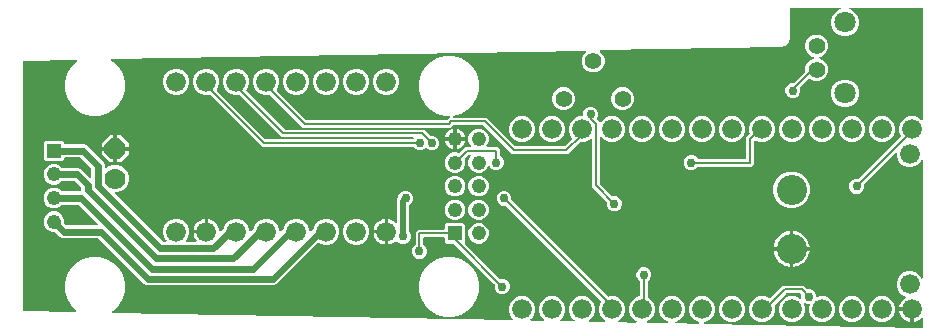
<source format=gbr>
G04 EAGLE Gerber RS-274X export*
G75*
%MOMM*%
%FSLAX34Y34*%
%LPD*%
%INBottom Copper*%
%IPPOS*%
%AMOC8*
5,1,8,0,0,1.08239X$1,22.5*%
G01*
%ADD10P,1.924489X8X112.500000*%
%ADD11C,1.778000*%
%ADD12R,1.219200X1.219200*%
%ADD13C,1.219200*%
%ADD14C,1.676400*%
%ADD15C,2.550000*%
%ADD16C,1.422400*%
%ADD17C,1.800000*%
%ADD18C,0.756400*%
%ADD19C,0.152400*%
%ADD20C,0.508000*%
%ADD21C,0.609600*%

G36*
X770368Y-120021D02*
X770368Y-120021D01*
X770387Y-120023D01*
X770481Y-120003D01*
X770577Y-119989D01*
X770584Y-119986D01*
X770591Y-119985D01*
X770608Y-119975D01*
X770628Y-119971D01*
X770711Y-119922D01*
X770797Y-119878D01*
X770802Y-119873D01*
X770808Y-119870D01*
X770822Y-119855D01*
X770839Y-119845D01*
X770902Y-119772D01*
X770969Y-119703D01*
X770972Y-119696D01*
X770978Y-119691D01*
X770986Y-119673D01*
X770999Y-119658D01*
X771035Y-119568D01*
X771077Y-119482D01*
X771078Y-119475D01*
X771081Y-119468D01*
X771083Y-119448D01*
X771091Y-119430D01*
X771109Y-119263D01*
X771109Y-112376D01*
X771098Y-112305D01*
X771096Y-112233D01*
X771078Y-112184D01*
X771070Y-112133D01*
X771036Y-112070D01*
X771011Y-112002D01*
X770979Y-111962D01*
X770954Y-111915D01*
X770902Y-111866D01*
X770858Y-111810D01*
X770814Y-111782D01*
X770776Y-111746D01*
X770711Y-111716D01*
X770651Y-111677D01*
X770600Y-111664D01*
X770553Y-111642D01*
X770482Y-111635D01*
X770412Y-111617D01*
X770360Y-111621D01*
X770309Y-111615D01*
X770238Y-111631D01*
X770167Y-111636D01*
X770119Y-111657D01*
X770068Y-111668D01*
X770007Y-111704D01*
X769941Y-111733D01*
X769885Y-111777D01*
X769857Y-111794D01*
X769842Y-111812D01*
X769810Y-111837D01*
X769116Y-112531D01*
X767725Y-113542D01*
X766193Y-114322D01*
X764558Y-114854D01*
X763523Y-115018D01*
X763523Y-104962D01*
X763520Y-104942D01*
X763522Y-104923D01*
X763500Y-104821D01*
X763483Y-104719D01*
X763474Y-104702D01*
X763470Y-104682D01*
X763417Y-104593D01*
X763368Y-104502D01*
X763354Y-104488D01*
X763344Y-104471D01*
X763265Y-104404D01*
X763190Y-104333D01*
X763172Y-104324D01*
X763157Y-104311D01*
X763061Y-104273D01*
X762967Y-104229D01*
X762947Y-104227D01*
X762929Y-104219D01*
X762762Y-104201D01*
X761999Y-104201D01*
X761999Y-103438D01*
X761996Y-103418D01*
X761998Y-103399D01*
X761976Y-103297D01*
X761959Y-103195D01*
X761950Y-103178D01*
X761946Y-103158D01*
X761893Y-103069D01*
X761844Y-102978D01*
X761830Y-102964D01*
X761820Y-102947D01*
X761741Y-102880D01*
X761666Y-102809D01*
X761648Y-102800D01*
X761633Y-102787D01*
X761537Y-102748D01*
X761443Y-102705D01*
X761423Y-102703D01*
X761405Y-102695D01*
X761238Y-102677D01*
X751182Y-102677D01*
X751346Y-101642D01*
X751878Y-100007D01*
X752658Y-98475D01*
X753669Y-97084D01*
X754884Y-95869D01*
X756275Y-94858D01*
X756512Y-94737D01*
X756546Y-94712D01*
X756585Y-94695D01*
X756645Y-94640D01*
X756711Y-94592D01*
X756735Y-94557D01*
X756766Y-94529D01*
X756805Y-94457D01*
X756852Y-94390D01*
X756864Y-94350D01*
X756884Y-94313D01*
X756899Y-94233D01*
X756922Y-94155D01*
X756921Y-94113D01*
X756928Y-94071D01*
X756916Y-93991D01*
X756913Y-93909D01*
X756898Y-93870D01*
X756892Y-93828D01*
X756855Y-93755D01*
X756826Y-93679D01*
X756800Y-93646D01*
X756781Y-93609D01*
X756722Y-93552D01*
X756671Y-93488D01*
X756635Y-93466D01*
X756605Y-93436D01*
X756469Y-93362D01*
X756462Y-93357D01*
X756461Y-93357D01*
X756458Y-93356D01*
X753813Y-92260D01*
X750740Y-89187D01*
X749077Y-85173D01*
X749077Y-80827D01*
X750740Y-76813D01*
X753813Y-73740D01*
X757827Y-72077D01*
X762173Y-72077D01*
X766187Y-73740D01*
X769260Y-76813D01*
X769645Y-77742D01*
X769696Y-77825D01*
X769742Y-77911D01*
X769760Y-77929D01*
X769774Y-77951D01*
X769850Y-78013D01*
X769920Y-78080D01*
X769944Y-78091D01*
X769964Y-78108D01*
X770055Y-78143D01*
X770143Y-78184D01*
X770169Y-78187D01*
X770193Y-78196D01*
X770291Y-78200D01*
X770387Y-78211D01*
X770413Y-78205D01*
X770439Y-78206D01*
X770533Y-78179D01*
X770628Y-78159D01*
X770650Y-78145D01*
X770675Y-78138D01*
X770755Y-78082D01*
X770839Y-78032D01*
X770856Y-78013D01*
X770877Y-77998D01*
X770936Y-77919D01*
X770999Y-77846D01*
X771009Y-77821D01*
X771024Y-77800D01*
X771054Y-77708D01*
X771091Y-77617D01*
X771094Y-77585D01*
X771100Y-77566D01*
X771100Y-77533D01*
X771109Y-77451D01*
X771109Y21451D01*
X771094Y21547D01*
X771084Y21644D01*
X771074Y21668D01*
X771070Y21693D01*
X771024Y21779D01*
X770984Y21868D01*
X770967Y21888D01*
X770954Y21911D01*
X770884Y21978D01*
X770818Y22050D01*
X770795Y22062D01*
X770776Y22080D01*
X770688Y22121D01*
X770602Y22168D01*
X770577Y22173D01*
X770553Y22184D01*
X770456Y22194D01*
X770360Y22212D01*
X770334Y22208D01*
X770309Y22211D01*
X770213Y22190D01*
X770117Y22176D01*
X770094Y22164D01*
X770068Y22159D01*
X769985Y22109D01*
X769898Y22065D01*
X769879Y22046D01*
X769857Y22032D01*
X769794Y21959D01*
X769726Y21889D01*
X769710Y21860D01*
X769697Y21846D01*
X769685Y21815D01*
X769645Y21742D01*
X769260Y20813D01*
X766187Y17740D01*
X762173Y16077D01*
X757827Y16077D01*
X753813Y17740D01*
X750740Y20813D01*
X749077Y24827D01*
X749077Y27569D01*
X749066Y27639D01*
X749064Y27711D01*
X749046Y27760D01*
X749038Y27811D01*
X749004Y27875D01*
X748979Y27942D01*
X748947Y27983D01*
X748922Y28029D01*
X748871Y28078D01*
X748826Y28134D01*
X748782Y28162D01*
X748744Y28198D01*
X748679Y28228D01*
X748619Y28267D01*
X748568Y28280D01*
X748521Y28302D01*
X748450Y28310D01*
X748380Y28327D01*
X748328Y28323D01*
X748277Y28329D01*
X748206Y28314D01*
X748135Y28308D01*
X748087Y28288D01*
X748036Y28277D01*
X747975Y28240D01*
X747909Y28212D01*
X747853Y28167D01*
X747825Y28150D01*
X747810Y28133D01*
X747778Y28107D01*
X721546Y1875D01*
X721493Y1801D01*
X721433Y1732D01*
X721421Y1701D01*
X721402Y1675D01*
X721375Y1588D01*
X721341Y1503D01*
X721337Y1462D01*
X721330Y1440D01*
X721331Y1408D01*
X721323Y1337D01*
X721323Y-1258D01*
X720360Y-3582D01*
X718582Y-5360D01*
X716258Y-6323D01*
X713742Y-6323D01*
X711418Y-5360D01*
X709640Y-3582D01*
X708677Y-1258D01*
X708677Y1258D01*
X709640Y3582D01*
X711418Y5360D01*
X713742Y6323D01*
X716337Y6323D01*
X716427Y6337D01*
X716518Y6345D01*
X716547Y6357D01*
X716579Y6362D01*
X716660Y6405D01*
X716744Y6441D01*
X716776Y6467D01*
X716797Y6478D01*
X716815Y6497D01*
X716817Y6498D01*
X716823Y6504D01*
X716875Y6546D01*
X752264Y41935D01*
X752331Y42029D01*
X752402Y42123D01*
X752404Y42129D01*
X752407Y42134D01*
X752441Y42245D01*
X752478Y42357D01*
X752478Y42363D01*
X752480Y42369D01*
X752477Y42486D01*
X752476Y42603D01*
X752474Y42610D01*
X752473Y42615D01*
X752467Y42633D01*
X752429Y42764D01*
X751077Y46027D01*
X751077Y50373D01*
X752740Y54387D01*
X755813Y57460D01*
X759827Y59123D01*
X764173Y59123D01*
X768187Y57460D01*
X769810Y55837D01*
X769868Y55795D01*
X769920Y55746D01*
X769967Y55724D01*
X770009Y55694D01*
X770078Y55673D01*
X770143Y55642D01*
X770195Y55637D01*
X770245Y55621D01*
X770316Y55623D01*
X770387Y55615D01*
X770438Y55626D01*
X770490Y55628D01*
X770558Y55652D01*
X770628Y55668D01*
X770673Y55694D01*
X770721Y55712D01*
X770777Y55757D01*
X770839Y55794D01*
X770873Y55833D01*
X770913Y55866D01*
X770952Y55926D01*
X770999Y55981D01*
X771018Y56029D01*
X771046Y56073D01*
X771064Y56142D01*
X771091Y56209D01*
X771099Y56280D01*
X771107Y56311D01*
X771105Y56335D01*
X771109Y56376D01*
X771109Y150348D01*
X771106Y150368D01*
X771108Y150387D01*
X771086Y150489D01*
X771070Y150591D01*
X771060Y150608D01*
X771056Y150628D01*
X771003Y150717D01*
X770954Y150808D01*
X770940Y150822D01*
X770930Y150839D01*
X770851Y150906D01*
X770776Y150978D01*
X770758Y150986D01*
X770743Y150999D01*
X770647Y151038D01*
X770553Y151081D01*
X770533Y151083D01*
X770515Y151091D01*
X770348Y151109D01*
X709567Y151109D01*
X709471Y151094D01*
X709374Y151084D01*
X709350Y151074D01*
X709324Y151070D01*
X709238Y151024D01*
X709149Y150984D01*
X709130Y150967D01*
X709107Y150954D01*
X709040Y150884D01*
X708968Y150818D01*
X708956Y150795D01*
X708938Y150776D01*
X708897Y150688D01*
X708850Y150602D01*
X708845Y150577D01*
X708834Y150553D01*
X708823Y150456D01*
X708806Y150360D01*
X708810Y150334D01*
X708807Y150309D01*
X708828Y150213D01*
X708842Y150117D01*
X708854Y150094D01*
X708859Y150068D01*
X708909Y149985D01*
X708953Y149898D01*
X708972Y149879D01*
X708985Y149857D01*
X709059Y149794D01*
X709129Y149726D01*
X709158Y149710D01*
X709172Y149697D01*
X709203Y149685D01*
X709276Y149645D01*
X711837Y148584D01*
X715084Y145337D01*
X716841Y141096D01*
X716841Y136504D01*
X715084Y132263D01*
X711837Y129016D01*
X707596Y127259D01*
X703004Y127259D01*
X698763Y129016D01*
X695516Y132263D01*
X693759Y136504D01*
X693759Y141096D01*
X695516Y145337D01*
X698763Y148584D01*
X701324Y149645D01*
X701407Y149696D01*
X701493Y149742D01*
X701511Y149761D01*
X701533Y149774D01*
X701595Y149849D01*
X701662Y149920D01*
X701673Y149944D01*
X701690Y149964D01*
X701725Y150055D01*
X701766Y150143D01*
X701769Y150169D01*
X701778Y150193D01*
X701782Y150291D01*
X701793Y150387D01*
X701787Y150413D01*
X701789Y150439D01*
X701761Y150533D01*
X701741Y150628D01*
X701727Y150650D01*
X701720Y150675D01*
X701665Y150755D01*
X701615Y150839D01*
X701595Y150856D01*
X701580Y150877D01*
X701502Y150936D01*
X701428Y150999D01*
X701403Y151009D01*
X701382Y151024D01*
X701290Y151054D01*
X701200Y151091D01*
X701167Y151094D01*
X701149Y151100D01*
X701116Y151100D01*
X701033Y151109D01*
X659652Y151109D01*
X659632Y151106D01*
X659613Y151108D01*
X659511Y151086D01*
X659409Y151070D01*
X659392Y151060D01*
X659372Y151056D01*
X659283Y151003D01*
X659192Y150954D01*
X659178Y150940D01*
X659161Y150930D01*
X659094Y150851D01*
X659022Y150776D01*
X659014Y150758D01*
X659001Y150743D01*
X658962Y150647D01*
X658919Y150553D01*
X658917Y150533D01*
X658909Y150515D01*
X658891Y150348D01*
X658891Y126686D01*
X658892Y126681D01*
X658891Y126673D01*
X658921Y124966D01*
X658909Y124936D01*
X658900Y124854D01*
X658247Y123278D01*
X658246Y123273D01*
X658242Y123265D01*
X657617Y121676D01*
X657594Y121653D01*
X657554Y121581D01*
X656348Y120375D01*
X656345Y120370D01*
X656339Y120365D01*
X655153Y119136D01*
X655123Y119124D01*
X655059Y119072D01*
X653482Y118419D01*
X653478Y118416D01*
X653470Y118414D01*
X651905Y117733D01*
X651872Y117732D01*
X651793Y117709D01*
X650087Y117709D01*
X650081Y117708D01*
X650073Y117709D01*
X498471Y115004D01*
X498408Y114992D01*
X498343Y114990D01*
X498287Y114970D01*
X498229Y114960D01*
X498173Y114928D01*
X498112Y114906D01*
X498066Y114869D01*
X498014Y114841D01*
X497970Y114793D01*
X497920Y114752D01*
X497888Y114703D01*
X497848Y114659D01*
X497822Y114600D01*
X497787Y114545D01*
X497772Y114488D01*
X497748Y114434D01*
X497742Y114370D01*
X497727Y114307D01*
X497731Y114248D01*
X497726Y114189D01*
X497741Y114126D01*
X497746Y114062D01*
X497769Y114007D01*
X497782Y113950D01*
X497817Y113895D01*
X497842Y113835D01*
X497895Y113769D01*
X497912Y113741D01*
X497927Y113729D01*
X497947Y113704D01*
X500183Y111468D01*
X501653Y107920D01*
X501653Y104080D01*
X500183Y100532D01*
X497468Y97817D01*
X493920Y96347D01*
X490080Y96347D01*
X486532Y97817D01*
X483817Y100532D01*
X482347Y104080D01*
X482347Y107920D01*
X483817Y111468D01*
X485818Y113469D01*
X485863Y113532D01*
X485916Y113590D01*
X485935Y113632D01*
X485961Y113668D01*
X485984Y113743D01*
X486016Y113815D01*
X486020Y113860D01*
X486033Y113903D01*
X486031Y113982D01*
X486039Y114060D01*
X486028Y114104D01*
X486027Y114149D01*
X486000Y114223D01*
X485982Y114299D01*
X485958Y114338D01*
X485943Y114380D01*
X485894Y114442D01*
X485852Y114508D01*
X485817Y114537D01*
X485789Y114572D01*
X485723Y114615D01*
X485662Y114665D01*
X485620Y114681D01*
X485582Y114705D01*
X485506Y114724D01*
X485433Y114752D01*
X485373Y114758D01*
X485343Y114765D01*
X485316Y114763D01*
X485266Y114768D01*
X84439Y107615D01*
X84398Y107607D01*
X84357Y107609D01*
X84278Y107585D01*
X84197Y107571D01*
X84161Y107551D01*
X84121Y107539D01*
X84054Y107492D01*
X83981Y107452D01*
X83954Y107421D01*
X83920Y107398D01*
X83871Y107331D01*
X83815Y107270D01*
X83799Y107233D01*
X83774Y107200D01*
X83749Y107121D01*
X83716Y107046D01*
X83712Y107005D01*
X83699Y106965D01*
X83701Y106883D01*
X83693Y106801D01*
X83702Y106761D01*
X83703Y106719D01*
X83731Y106642D01*
X83749Y106561D01*
X83771Y106526D01*
X83785Y106487D01*
X83836Y106422D01*
X83879Y106352D01*
X83911Y106326D01*
X83937Y106294D01*
X84065Y106200D01*
X84069Y106196D01*
X84070Y106195D01*
X84072Y106194D01*
X85590Y105318D01*
X90318Y100590D01*
X93660Y94801D01*
X95391Y88343D01*
X95391Y81657D01*
X93660Y75199D01*
X90318Y69410D01*
X85590Y64682D01*
X79801Y61340D01*
X73343Y59609D01*
X66657Y59609D01*
X60199Y61340D01*
X54410Y64682D01*
X49682Y69410D01*
X46340Y75199D01*
X44609Y81657D01*
X44609Y88343D01*
X46340Y94801D01*
X49682Y100590D01*
X54410Y105318D01*
X55006Y105662D01*
X55049Y105697D01*
X55097Y105723D01*
X55143Y105774D01*
X55197Y105818D01*
X55226Y105864D01*
X55263Y105905D01*
X55291Y105968D01*
X55327Y106026D01*
X55340Y106080D01*
X55362Y106129D01*
X55369Y106198D01*
X55385Y106265D01*
X55380Y106320D01*
X55385Y106374D01*
X55369Y106442D01*
X55363Y106510D01*
X55341Y106560D01*
X55329Y106614D01*
X55292Y106672D01*
X55264Y106736D01*
X55228Y106776D01*
X55199Y106823D01*
X55145Y106867D01*
X55099Y106918D01*
X55051Y106944D01*
X55009Y106979D01*
X54944Y107004D01*
X54884Y107037D01*
X54830Y107047D01*
X54779Y107067D01*
X54672Y107077D01*
X54642Y107082D01*
X54631Y107081D01*
X54612Y107082D01*
X9638Y106280D01*
X9626Y106278D01*
X9613Y106279D01*
X9505Y106256D01*
X9396Y106236D01*
X9385Y106229D01*
X9372Y106227D01*
X9278Y106170D01*
X9181Y106117D01*
X9172Y106107D01*
X9161Y106101D01*
X9090Y106017D01*
X9015Y105936D01*
X9010Y105924D01*
X9001Y105914D01*
X8960Y105811D01*
X8915Y105711D01*
X8914Y105698D01*
X8909Y105685D01*
X8891Y105519D01*
X8891Y-104829D01*
X8892Y-104837D01*
X8892Y-104839D01*
X8893Y-104843D01*
X8891Y-104854D01*
X8913Y-104963D01*
X8930Y-105072D01*
X8936Y-105083D01*
X8939Y-105096D01*
X8994Y-105192D01*
X9046Y-105290D01*
X9055Y-105298D01*
X9061Y-105309D01*
X9144Y-105383D01*
X9224Y-105459D01*
X9235Y-105464D01*
X9245Y-105473D01*
X9346Y-105516D01*
X9447Y-105563D01*
X9460Y-105564D01*
X9471Y-105569D01*
X9638Y-105591D01*
X53666Y-106426D01*
X53744Y-106415D01*
X53823Y-106413D01*
X53865Y-106397D01*
X53909Y-106391D01*
X53980Y-106355D01*
X54054Y-106328D01*
X54089Y-106300D01*
X54129Y-106280D01*
X54184Y-106224D01*
X54246Y-106174D01*
X54270Y-106137D01*
X54302Y-106105D01*
X54336Y-106034D01*
X54379Y-105968D01*
X54390Y-105924D01*
X54409Y-105884D01*
X54420Y-105806D01*
X54439Y-105729D01*
X54435Y-105684D01*
X54441Y-105640D01*
X54426Y-105562D01*
X54420Y-105484D01*
X54402Y-105443D01*
X54393Y-105398D01*
X54354Y-105330D01*
X54323Y-105258D01*
X54286Y-105211D01*
X54271Y-105185D01*
X54251Y-105167D01*
X54219Y-105127D01*
X49682Y-100590D01*
X46340Y-94801D01*
X44609Y-88343D01*
X44609Y-81657D01*
X46340Y-75199D01*
X49682Y-69410D01*
X54410Y-64682D01*
X60199Y-61340D01*
X66657Y-59609D01*
X73343Y-59609D01*
X79801Y-61340D01*
X85590Y-64682D01*
X90318Y-69410D01*
X93660Y-75199D01*
X95391Y-81657D01*
X95391Y-88343D01*
X93660Y-94801D01*
X90318Y-100590D01*
X85590Y-105318D01*
X85086Y-105609D01*
X85055Y-105635D01*
X85018Y-105653D01*
X84960Y-105712D01*
X84896Y-105764D01*
X84874Y-105799D01*
X84845Y-105828D01*
X84809Y-105903D01*
X84765Y-105973D01*
X84756Y-106012D01*
X84738Y-106049D01*
X84727Y-106131D01*
X84708Y-106212D01*
X84711Y-106253D01*
X84706Y-106293D01*
X84722Y-106374D01*
X84729Y-106457D01*
X84746Y-106494D01*
X84754Y-106534D01*
X84795Y-106606D01*
X84828Y-106682D01*
X84855Y-106712D01*
X84876Y-106748D01*
X84938Y-106803D01*
X84994Y-106864D01*
X85029Y-106884D01*
X85060Y-106911D01*
X85136Y-106944D01*
X85208Y-106984D01*
X85248Y-106991D01*
X85286Y-107007D01*
X85446Y-107028D01*
X85450Y-107029D01*
X85451Y-107029D01*
X85452Y-107029D01*
X423749Y-113448D01*
X423827Y-113437D01*
X423906Y-113435D01*
X423948Y-113419D01*
X423992Y-113413D01*
X424063Y-113377D01*
X424137Y-113350D01*
X424172Y-113322D01*
X424212Y-113302D01*
X424267Y-113246D01*
X424329Y-113197D01*
X424353Y-113159D01*
X424385Y-113127D01*
X424419Y-113056D01*
X424462Y-112990D01*
X424473Y-112946D01*
X424492Y-112906D01*
X424503Y-112828D01*
X424522Y-112751D01*
X424518Y-112706D01*
X424524Y-112662D01*
X424509Y-112584D01*
X424503Y-112506D01*
X424485Y-112465D01*
X424476Y-112421D01*
X424437Y-112352D01*
X424406Y-112280D01*
X424369Y-112233D01*
X424354Y-112207D01*
X424334Y-112189D01*
X424302Y-112149D01*
X422540Y-110387D01*
X420877Y-106373D01*
X420877Y-102027D01*
X422540Y-98013D01*
X425613Y-94940D01*
X429627Y-93277D01*
X433973Y-93277D01*
X437987Y-94940D01*
X441060Y-98013D01*
X442723Y-102027D01*
X442723Y-106373D01*
X441060Y-110387D01*
X438999Y-112448D01*
X438961Y-112500D01*
X438916Y-112546D01*
X438890Y-112600D01*
X438856Y-112648D01*
X438837Y-112709D01*
X438808Y-112767D01*
X438801Y-112826D01*
X438783Y-112883D01*
X438785Y-112947D01*
X438777Y-113011D01*
X438788Y-113069D01*
X438790Y-113129D01*
X438812Y-113189D01*
X438824Y-113253D01*
X438854Y-113304D01*
X438874Y-113360D01*
X438914Y-113410D01*
X438946Y-113466D01*
X438991Y-113505D01*
X439028Y-113552D01*
X439082Y-113587D01*
X439130Y-113629D01*
X439185Y-113653D01*
X439235Y-113685D01*
X439297Y-113700D01*
X439357Y-113726D01*
X439441Y-113737D01*
X439473Y-113745D01*
X439492Y-113743D01*
X439523Y-113747D01*
X449640Y-113939D01*
X449718Y-113928D01*
X449797Y-113926D01*
X449839Y-113911D01*
X449884Y-113904D01*
X449954Y-113869D01*
X450028Y-113842D01*
X450063Y-113814D01*
X450103Y-113793D01*
X450158Y-113737D01*
X450220Y-113688D01*
X450244Y-113650D01*
X450276Y-113618D01*
X450310Y-113547D01*
X450353Y-113481D01*
X450364Y-113437D01*
X450384Y-113397D01*
X450394Y-113319D01*
X450413Y-113242D01*
X450410Y-113198D01*
X450415Y-113153D01*
X450400Y-113076D01*
X450394Y-112997D01*
X450376Y-112956D01*
X450368Y-112912D01*
X450358Y-112894D01*
X450357Y-112893D01*
X450350Y-112880D01*
X450329Y-112843D01*
X450298Y-112771D01*
X450260Y-112724D01*
X450246Y-112698D01*
X450236Y-112690D01*
X450231Y-112682D01*
X450217Y-112670D01*
X450193Y-112640D01*
X447940Y-110387D01*
X446277Y-106373D01*
X446277Y-102027D01*
X447940Y-98013D01*
X451013Y-94940D01*
X455027Y-93277D01*
X459373Y-93277D01*
X463387Y-94940D01*
X466460Y-98013D01*
X468123Y-102027D01*
X468123Y-106373D01*
X466460Y-110387D01*
X463926Y-112921D01*
X463888Y-112973D01*
X463843Y-113019D01*
X463817Y-113073D01*
X463783Y-113121D01*
X463764Y-113182D01*
X463735Y-113240D01*
X463728Y-113299D01*
X463710Y-113356D01*
X463712Y-113420D01*
X463704Y-113484D01*
X463715Y-113542D01*
X463717Y-113602D01*
X463739Y-113662D01*
X463751Y-113726D01*
X463781Y-113777D01*
X463801Y-113833D01*
X463841Y-113883D01*
X463873Y-113939D01*
X463918Y-113978D01*
X463955Y-114025D01*
X464009Y-114060D01*
X464057Y-114102D01*
X464112Y-114126D01*
X464162Y-114158D01*
X464224Y-114173D01*
X464284Y-114199D01*
X464368Y-114210D01*
X464400Y-114218D01*
X464419Y-114216D01*
X464450Y-114220D01*
X475531Y-114431D01*
X475610Y-114419D01*
X475688Y-114417D01*
X475730Y-114402D01*
X475775Y-114395D01*
X475845Y-114360D01*
X475919Y-114333D01*
X475954Y-114305D01*
X475994Y-114285D01*
X476050Y-114228D01*
X476111Y-114179D01*
X476136Y-114141D01*
X476167Y-114109D01*
X476202Y-114039D01*
X476244Y-113972D01*
X476255Y-113929D01*
X476275Y-113888D01*
X476285Y-113810D01*
X476304Y-113734D01*
X476301Y-113689D01*
X476307Y-113644D01*
X476291Y-113567D01*
X476285Y-113488D01*
X476268Y-113447D01*
X476259Y-113403D01*
X476220Y-113335D01*
X476189Y-113262D01*
X476152Y-113216D01*
X476137Y-113190D01*
X476116Y-113171D01*
X476084Y-113131D01*
X473340Y-110387D01*
X471677Y-106373D01*
X471677Y-102027D01*
X473340Y-98013D01*
X476413Y-94940D01*
X480427Y-93277D01*
X484773Y-93277D01*
X488787Y-94940D01*
X491860Y-98013D01*
X493523Y-102027D01*
X493523Y-106373D01*
X491860Y-110387D01*
X488853Y-113394D01*
X488816Y-113446D01*
X488770Y-113492D01*
X488744Y-113545D01*
X488710Y-113594D01*
X488691Y-113655D01*
X488662Y-113713D01*
X488655Y-113772D01*
X488637Y-113829D01*
X488639Y-113893D01*
X488631Y-113957D01*
X488642Y-114015D01*
X488644Y-114075D01*
X488666Y-114135D01*
X488678Y-114199D01*
X488708Y-114250D01*
X488728Y-114306D01*
X488768Y-114356D01*
X488800Y-114412D01*
X488845Y-114451D01*
X488882Y-114498D01*
X488936Y-114533D01*
X488984Y-114575D01*
X489039Y-114599D01*
X489089Y-114631D01*
X489151Y-114646D01*
X489211Y-114672D01*
X489295Y-114683D01*
X489327Y-114691D01*
X489346Y-114689D01*
X489377Y-114693D01*
X501505Y-114923D01*
X501609Y-114908D01*
X501713Y-114899D01*
X501730Y-114891D01*
X501748Y-114888D01*
X501842Y-114841D01*
X501937Y-114799D01*
X501951Y-114786D01*
X501968Y-114777D01*
X502041Y-114703D01*
X502118Y-114632D01*
X502127Y-114616D01*
X502141Y-114602D01*
X502186Y-114509D01*
X502237Y-114417D01*
X502240Y-114398D01*
X502249Y-114381D01*
X502262Y-114278D01*
X502281Y-114175D01*
X502278Y-114156D01*
X502280Y-114137D01*
X502260Y-114035D01*
X502245Y-113931D01*
X502236Y-113914D01*
X502233Y-113896D01*
X502181Y-113805D01*
X502133Y-113712D01*
X502120Y-113699D01*
X502110Y-113682D01*
X502032Y-113613D01*
X501958Y-113540D01*
X501937Y-113529D01*
X501927Y-113519D01*
X501897Y-113507D01*
X501813Y-113460D01*
X498740Y-110387D01*
X497077Y-106373D01*
X497077Y-102027D01*
X498748Y-97993D01*
X498786Y-97934D01*
X498846Y-97850D01*
X498852Y-97831D01*
X498863Y-97815D01*
X498888Y-97714D01*
X498919Y-97615D01*
X498918Y-97595D01*
X498923Y-97576D01*
X498915Y-97473D01*
X498912Y-97369D01*
X498905Y-97351D01*
X498904Y-97331D01*
X498864Y-97236D01*
X498828Y-97138D01*
X498815Y-97123D01*
X498808Y-97105D01*
X498703Y-96974D01*
X418435Y-16706D01*
X418361Y-16653D01*
X418292Y-16593D01*
X418261Y-16581D01*
X418235Y-16562D01*
X418148Y-16535D01*
X418063Y-16501D01*
X418022Y-16497D01*
X418000Y-16490D01*
X417968Y-16491D01*
X417897Y-16483D01*
X415302Y-16483D01*
X412978Y-15520D01*
X411200Y-13742D01*
X410237Y-11418D01*
X410237Y-8902D01*
X411200Y-6578D01*
X412978Y-4800D01*
X415302Y-3837D01*
X417818Y-3837D01*
X420142Y-4800D01*
X421920Y-6578D01*
X422883Y-8902D01*
X422883Y-11497D01*
X422897Y-11587D01*
X422905Y-11678D01*
X422917Y-11707D01*
X422922Y-11739D01*
X422965Y-11820D01*
X423001Y-11904D01*
X423027Y-11936D01*
X423038Y-11957D01*
X423061Y-11979D01*
X423106Y-12035D01*
X504422Y-93351D01*
X504516Y-93419D01*
X504610Y-93489D01*
X504616Y-93491D01*
X504621Y-93494D01*
X504733Y-93529D01*
X504844Y-93565D01*
X504850Y-93565D01*
X504856Y-93567D01*
X504973Y-93564D01*
X505090Y-93563D01*
X505097Y-93561D01*
X505102Y-93560D01*
X505120Y-93554D01*
X505251Y-93516D01*
X505827Y-93277D01*
X510173Y-93277D01*
X514187Y-94940D01*
X517260Y-98013D01*
X518923Y-102027D01*
X518923Y-106373D01*
X517260Y-110387D01*
X514187Y-113460D01*
X513622Y-113694D01*
X513545Y-113742D01*
X513464Y-113782D01*
X513441Y-113806D01*
X513413Y-113824D01*
X513355Y-113893D01*
X513292Y-113958D01*
X513277Y-113987D01*
X513256Y-114013D01*
X513223Y-114098D01*
X513184Y-114179D01*
X513179Y-114212D01*
X513167Y-114243D01*
X513164Y-114333D01*
X513152Y-114422D01*
X513158Y-114455D01*
X513157Y-114489D01*
X513182Y-114575D01*
X513200Y-114664D01*
X513216Y-114693D01*
X513226Y-114725D01*
X513277Y-114799D01*
X513322Y-114877D01*
X513347Y-114899D01*
X513366Y-114927D01*
X513438Y-114981D01*
X513506Y-115041D01*
X513536Y-115054D01*
X513563Y-115074D01*
X513649Y-115102D01*
X513732Y-115137D01*
X513774Y-115142D01*
X513797Y-115150D01*
X513829Y-115150D01*
X513898Y-115159D01*
X528124Y-115429D01*
X528228Y-115414D01*
X528332Y-115404D01*
X528349Y-115396D01*
X528368Y-115393D01*
X528461Y-115346D01*
X528557Y-115304D01*
X528570Y-115291D01*
X528587Y-115282D01*
X528661Y-115208D01*
X528738Y-115137D01*
X528747Y-115121D01*
X528760Y-115107D01*
X528806Y-115014D01*
X528856Y-114922D01*
X528860Y-114903D01*
X528868Y-114886D01*
X528881Y-114783D01*
X528900Y-114680D01*
X528897Y-114661D01*
X528900Y-114642D01*
X528879Y-114540D01*
X528864Y-114436D01*
X528856Y-114420D01*
X528852Y-114401D01*
X528800Y-114310D01*
X528753Y-114217D01*
X528739Y-114204D01*
X528730Y-114188D01*
X528652Y-114118D01*
X528577Y-114045D01*
X528557Y-114034D01*
X528546Y-114024D01*
X528517Y-114012D01*
X528430Y-113964D01*
X527213Y-113460D01*
X524140Y-110387D01*
X522477Y-106373D01*
X522477Y-102027D01*
X524140Y-98013D01*
X527213Y-94940D01*
X531227Y-93277D01*
X531327Y-93216D01*
X531427Y-93156D01*
X531431Y-93151D01*
X531436Y-93148D01*
X531511Y-93058D01*
X531587Y-92969D01*
X531589Y-92963D01*
X531593Y-92958D01*
X531635Y-92850D01*
X531679Y-92741D01*
X531680Y-92733D01*
X531681Y-92729D01*
X531682Y-92710D01*
X531697Y-92574D01*
X531697Y-80954D01*
X531683Y-80864D01*
X531675Y-80773D01*
X531663Y-80744D01*
X531658Y-80712D01*
X531615Y-80631D01*
X531579Y-80547D01*
X531553Y-80515D01*
X531542Y-80494D01*
X531519Y-80472D01*
X531474Y-80416D01*
X529640Y-78582D01*
X528677Y-76258D01*
X528677Y-73742D01*
X529640Y-71418D01*
X531418Y-69640D01*
X533742Y-68677D01*
X536258Y-68677D01*
X538582Y-69640D01*
X540360Y-71418D01*
X541323Y-73742D01*
X541323Y-76258D01*
X540360Y-78582D01*
X538526Y-80416D01*
X538473Y-80490D01*
X538413Y-80559D01*
X538401Y-80590D01*
X538382Y-80616D01*
X538355Y-80703D01*
X538321Y-80788D01*
X538317Y-80829D01*
X538310Y-80851D01*
X538311Y-80883D01*
X538303Y-80954D01*
X538303Y-93899D01*
X538322Y-94014D01*
X538339Y-94130D01*
X538341Y-94136D01*
X538342Y-94142D01*
X538397Y-94245D01*
X538450Y-94350D01*
X538455Y-94354D01*
X538458Y-94360D01*
X538542Y-94439D01*
X538626Y-94522D01*
X538632Y-94526D01*
X538636Y-94529D01*
X538653Y-94537D01*
X538773Y-94603D01*
X539587Y-94940D01*
X542660Y-98013D01*
X544323Y-102027D01*
X544323Y-106373D01*
X542660Y-110387D01*
X539587Y-113460D01*
X537909Y-114155D01*
X537832Y-114203D01*
X537752Y-114243D01*
X537728Y-114267D01*
X537700Y-114285D01*
X537642Y-114354D01*
X537579Y-114418D01*
X537564Y-114448D01*
X537543Y-114474D01*
X537511Y-114558D01*
X537471Y-114639D01*
X537467Y-114673D01*
X537455Y-114704D01*
X537451Y-114794D01*
X537439Y-114883D01*
X537446Y-114916D01*
X537445Y-114949D01*
X537470Y-115036D01*
X537487Y-115125D01*
X537504Y-115154D01*
X537513Y-115186D01*
X537564Y-115260D01*
X537609Y-115338D01*
X537634Y-115360D01*
X537653Y-115388D01*
X537726Y-115442D01*
X537793Y-115502D01*
X537824Y-115515D01*
X537851Y-115535D01*
X537937Y-115563D01*
X538020Y-115598D01*
X538062Y-115603D01*
X538085Y-115611D01*
X538117Y-115610D01*
X538186Y-115619D01*
X554744Y-115934D01*
X554847Y-115919D01*
X554951Y-115909D01*
X554968Y-115901D01*
X554987Y-115898D01*
X555081Y-115851D01*
X555176Y-115809D01*
X555190Y-115796D01*
X555207Y-115788D01*
X555280Y-115713D01*
X555357Y-115642D01*
X555366Y-115626D01*
X555379Y-115612D01*
X555425Y-115519D01*
X555476Y-115427D01*
X555479Y-115408D01*
X555487Y-115391D01*
X555501Y-115288D01*
X555519Y-115185D01*
X555517Y-115166D01*
X555519Y-115147D01*
X555499Y-115045D01*
X555484Y-114942D01*
X555475Y-114925D01*
X555471Y-114906D01*
X555420Y-114816D01*
X555372Y-114722D01*
X555359Y-114709D01*
X555349Y-114693D01*
X555271Y-114623D01*
X555196Y-114550D01*
X555176Y-114539D01*
X555165Y-114529D01*
X555136Y-114517D01*
X555050Y-114469D01*
X552613Y-113460D01*
X549540Y-110387D01*
X547877Y-106373D01*
X547877Y-102027D01*
X549540Y-98013D01*
X552613Y-94940D01*
X556627Y-93277D01*
X560973Y-93277D01*
X564987Y-94940D01*
X568060Y-98013D01*
X569723Y-102027D01*
X569723Y-106373D01*
X568060Y-110387D01*
X564987Y-113460D01*
X562196Y-114616D01*
X562120Y-114663D01*
X562039Y-114704D01*
X562016Y-114728D01*
X561987Y-114745D01*
X561930Y-114815D01*
X561866Y-114879D01*
X561852Y-114909D01*
X561831Y-114935D01*
X561798Y-115019D01*
X561759Y-115100D01*
X561754Y-115133D01*
X561742Y-115165D01*
X561739Y-115255D01*
X561727Y-115344D01*
X561733Y-115377D01*
X561732Y-115410D01*
X561757Y-115497D01*
X561775Y-115585D01*
X561791Y-115614D01*
X561800Y-115647D01*
X561852Y-115721D01*
X561897Y-115799D01*
X561922Y-115821D01*
X561941Y-115849D01*
X562013Y-115903D01*
X562081Y-115962D01*
X562111Y-115975D01*
X562138Y-115995D01*
X562224Y-116023D01*
X562307Y-116059D01*
X562349Y-116064D01*
X562372Y-116072D01*
X562404Y-116071D01*
X562473Y-116080D01*
X581363Y-116439D01*
X581467Y-116424D01*
X581571Y-116414D01*
X581588Y-116406D01*
X581607Y-116404D01*
X581700Y-116356D01*
X581795Y-116314D01*
X581809Y-116301D01*
X581826Y-116293D01*
X581899Y-116218D01*
X581976Y-116147D01*
X581986Y-116131D01*
X581999Y-116117D01*
X582045Y-116024D01*
X582095Y-115932D01*
X582098Y-115913D01*
X582107Y-115896D01*
X582120Y-115793D01*
X582139Y-115690D01*
X582136Y-115671D01*
X582138Y-115653D01*
X582118Y-115550D01*
X582103Y-115447D01*
X582094Y-115430D01*
X582091Y-115411D01*
X582039Y-115321D01*
X581991Y-115227D01*
X581978Y-115214D01*
X581969Y-115198D01*
X581891Y-115129D01*
X581816Y-115055D01*
X581795Y-115044D01*
X581785Y-115034D01*
X581756Y-115022D01*
X581669Y-114974D01*
X578013Y-113460D01*
X574940Y-110387D01*
X573277Y-106373D01*
X573277Y-102027D01*
X574940Y-98013D01*
X578013Y-94940D01*
X582027Y-93277D01*
X586373Y-93277D01*
X590387Y-94940D01*
X593460Y-98013D01*
X595123Y-102027D01*
X595123Y-106373D01*
X593460Y-110387D01*
X590387Y-113460D01*
X586484Y-115077D01*
X586407Y-115124D01*
X586327Y-115165D01*
X586303Y-115189D01*
X586275Y-115206D01*
X586217Y-115276D01*
X586154Y-115340D01*
X586139Y-115370D01*
X586118Y-115396D01*
X586086Y-115480D01*
X586046Y-115561D01*
X586042Y-115594D01*
X586030Y-115625D01*
X586026Y-115715D01*
X586014Y-115805D01*
X586021Y-115838D01*
X586019Y-115871D01*
X586045Y-115958D01*
X586062Y-116046D01*
X586079Y-116075D01*
X586088Y-116107D01*
X586139Y-116181D01*
X586184Y-116260D01*
X586209Y-116282D01*
X586228Y-116309D01*
X586301Y-116363D01*
X586368Y-116423D01*
X586399Y-116436D01*
X586426Y-116456D01*
X586511Y-116484D01*
X586594Y-116519D01*
X586637Y-116525D01*
X586659Y-116532D01*
X586691Y-116532D01*
X586761Y-116541D01*
X770334Y-120024D01*
X770339Y-120024D01*
X770346Y-120024D01*
X770348Y-120024D01*
X770368Y-120021D01*
G37*
%LPC*%
G36*
X113752Y-83967D02*
X113752Y-83967D01*
X111698Y-83116D01*
X110019Y-81437D01*
X110018Y-81437D01*
X72893Y-44312D01*
X72820Y-44259D01*
X72750Y-44199D01*
X72720Y-44187D01*
X72694Y-44168D01*
X72607Y-44141D01*
X72522Y-44107D01*
X72481Y-44103D01*
X72459Y-44096D01*
X72426Y-44097D01*
X72355Y-44089D01*
X42788Y-44089D01*
X40734Y-43238D01*
X39055Y-41559D01*
X36356Y-38860D01*
X36282Y-38807D01*
X36213Y-38747D01*
X36182Y-38735D01*
X36156Y-38716D01*
X36069Y-38689D01*
X35984Y-38655D01*
X35944Y-38651D01*
X35921Y-38644D01*
X35889Y-38645D01*
X35818Y-38637D01*
X33682Y-38637D01*
X30508Y-37322D01*
X28078Y-34892D01*
X26763Y-31718D01*
X26763Y-28282D01*
X28078Y-25108D01*
X30508Y-22678D01*
X33682Y-21363D01*
X37118Y-21363D01*
X40292Y-22678D01*
X42722Y-25108D01*
X44037Y-28282D01*
X44037Y-30418D01*
X44051Y-30508D01*
X44059Y-30599D01*
X44071Y-30629D01*
X44076Y-30661D01*
X44119Y-30741D01*
X44155Y-30825D01*
X44181Y-30857D01*
X44192Y-30878D01*
X44215Y-30900D01*
X44260Y-30956D01*
X45992Y-32688D01*
X46066Y-32741D01*
X46135Y-32801D01*
X46166Y-32813D01*
X46192Y-32832D01*
X46279Y-32859D01*
X46364Y-32893D01*
X46404Y-32897D01*
X46427Y-32904D01*
X46459Y-32903D01*
X46530Y-32911D01*
X71868Y-32911D01*
X71939Y-32900D01*
X72011Y-32898D01*
X72060Y-32880D01*
X72111Y-32872D01*
X72175Y-32838D01*
X72242Y-32813D01*
X72283Y-32781D01*
X72329Y-32756D01*
X72378Y-32704D01*
X72434Y-32660D01*
X72462Y-32616D01*
X72498Y-32578D01*
X72528Y-32513D01*
X72567Y-32453D01*
X72580Y-32402D01*
X72602Y-32355D01*
X72609Y-32284D01*
X72627Y-32214D01*
X72623Y-32162D01*
X72629Y-32111D01*
X72613Y-32040D01*
X72608Y-31969D01*
X72587Y-31921D01*
X72576Y-31870D01*
X72540Y-31809D01*
X72512Y-31743D01*
X72467Y-31687D01*
X72450Y-31659D01*
X72432Y-31644D01*
X72407Y-31612D01*
X56607Y-15812D01*
X56533Y-15759D01*
X56463Y-15699D01*
X56433Y-15687D01*
X56407Y-15668D01*
X56320Y-15641D01*
X56235Y-15607D01*
X56194Y-15603D01*
X56172Y-15596D01*
X56140Y-15597D01*
X56068Y-15589D01*
X42341Y-15589D01*
X42251Y-15603D01*
X42160Y-15611D01*
X42130Y-15623D01*
X42098Y-15628D01*
X42017Y-15671D01*
X41933Y-15707D01*
X41901Y-15733D01*
X41881Y-15744D01*
X41858Y-15767D01*
X41803Y-15812D01*
X40292Y-17322D01*
X37118Y-18637D01*
X33682Y-18637D01*
X30508Y-17322D01*
X28078Y-14892D01*
X26763Y-11718D01*
X26763Y-8282D01*
X28078Y-5108D01*
X30508Y-2678D01*
X33682Y-1363D01*
X37118Y-1363D01*
X40292Y-2678D01*
X41803Y-4188D01*
X41876Y-4241D01*
X41946Y-4301D01*
X41976Y-4313D01*
X42002Y-4332D01*
X42089Y-4359D01*
X42174Y-4393D01*
X42215Y-4397D01*
X42237Y-4404D01*
X42270Y-4403D01*
X42341Y-4411D01*
X57836Y-4411D01*
X57856Y-4408D01*
X57875Y-4410D01*
X57977Y-4388D01*
X58079Y-4372D01*
X58096Y-4362D01*
X58116Y-4358D01*
X58205Y-4305D01*
X58296Y-4256D01*
X58310Y-4242D01*
X58327Y-4232D01*
X58394Y-4153D01*
X58466Y-4078D01*
X58474Y-4060D01*
X58487Y-4045D01*
X58526Y-3949D01*
X58569Y-3855D01*
X58571Y-3835D01*
X58579Y-3817D01*
X58597Y-3650D01*
X58597Y-1816D01*
X58583Y-1726D01*
X58575Y-1635D01*
X58563Y-1605D01*
X58558Y-1574D01*
X58515Y-1493D01*
X58479Y-1409D01*
X58453Y-1377D01*
X58442Y-1356D01*
X58419Y-1334D01*
X58374Y-1278D01*
X52908Y4188D01*
X52834Y4241D01*
X52765Y4301D01*
X52734Y4313D01*
X52708Y4332D01*
X52621Y4359D01*
X52536Y4393D01*
X52496Y4397D01*
X52473Y4404D01*
X52441Y4403D01*
X52370Y4411D01*
X42341Y4411D01*
X42251Y4397D01*
X42160Y4389D01*
X42130Y4377D01*
X42098Y4372D01*
X42017Y4329D01*
X41933Y4293D01*
X41901Y4267D01*
X41881Y4256D01*
X41858Y4233D01*
X41803Y4188D01*
X40292Y2678D01*
X37118Y1363D01*
X33682Y1363D01*
X30508Y2678D01*
X28078Y5108D01*
X26763Y8282D01*
X26763Y11718D01*
X28078Y14892D01*
X30508Y17322D01*
X33682Y18637D01*
X37118Y18637D01*
X40292Y17322D01*
X41803Y15812D01*
X41876Y15759D01*
X41946Y15699D01*
X41976Y15687D01*
X42002Y15668D01*
X42089Y15641D01*
X42174Y15607D01*
X42215Y15603D01*
X42237Y15596D01*
X42270Y15597D01*
X42341Y15589D01*
X56112Y15589D01*
X58166Y14738D01*
X59845Y13059D01*
X65934Y6970D01*
X65992Y6928D01*
X66044Y6879D01*
X66091Y6857D01*
X66133Y6826D01*
X66202Y6805D01*
X66267Y6775D01*
X66319Y6769D01*
X66369Y6754D01*
X66440Y6756D01*
X66511Y6748D01*
X66562Y6759D01*
X66614Y6760D01*
X66682Y6785D01*
X66752Y6800D01*
X66797Y6827D01*
X66845Y6845D01*
X66901Y6890D01*
X66963Y6926D01*
X66997Y6966D01*
X67037Y6999D01*
X67076Y7059D01*
X67123Y7113D01*
X67142Y7162D01*
X67170Y7205D01*
X67188Y7275D01*
X67215Y7341D01*
X67223Y7413D01*
X67231Y7444D01*
X67229Y7467D01*
X67233Y7508D01*
X67233Y14548D01*
X67219Y14638D01*
X67211Y14729D01*
X67199Y14759D01*
X67194Y14790D01*
X67151Y14871D01*
X67115Y14955D01*
X67089Y14987D01*
X67078Y15008D01*
X67055Y15030D01*
X67010Y15086D01*
X57908Y24188D01*
X57834Y24241D01*
X57765Y24301D01*
X57734Y24313D01*
X57708Y24332D01*
X57621Y24359D01*
X57536Y24393D01*
X57496Y24397D01*
X57473Y24404D01*
X57441Y24403D01*
X57370Y24411D01*
X44798Y24411D01*
X44778Y24408D01*
X44759Y24410D01*
X44657Y24388D01*
X44555Y24372D01*
X44538Y24362D01*
X44518Y24358D01*
X44429Y24305D01*
X44338Y24256D01*
X44324Y24242D01*
X44307Y24232D01*
X44240Y24153D01*
X44168Y24078D01*
X44160Y24060D01*
X44147Y24045D01*
X44108Y23949D01*
X44065Y23855D01*
X44063Y23835D01*
X44055Y23817D01*
X44037Y23650D01*
X44037Y22852D01*
X42548Y21363D01*
X28252Y21363D01*
X26763Y22852D01*
X26763Y37148D01*
X28252Y38637D01*
X42548Y38637D01*
X44037Y37148D01*
X44037Y36350D01*
X44040Y36330D01*
X44038Y36311D01*
X44060Y36209D01*
X44076Y36107D01*
X44086Y36090D01*
X44090Y36070D01*
X44143Y35981D01*
X44192Y35890D01*
X44206Y35876D01*
X44216Y35859D01*
X44295Y35792D01*
X44370Y35720D01*
X44388Y35712D01*
X44403Y35699D01*
X44499Y35660D01*
X44593Y35617D01*
X44613Y35615D01*
X44631Y35607D01*
X44798Y35589D01*
X61112Y35589D01*
X63166Y34738D01*
X77560Y20344D01*
X78411Y18290D01*
X78411Y15414D01*
X78422Y15343D01*
X78424Y15272D01*
X78442Y15223D01*
X78450Y15171D01*
X78484Y15108D01*
X78509Y15041D01*
X78541Y15000D01*
X78566Y14954D01*
X78618Y14905D01*
X78662Y14849D01*
X78706Y14820D01*
X78744Y14785D01*
X78809Y14754D01*
X78869Y14716D01*
X78920Y14703D01*
X78967Y14681D01*
X79038Y14673D01*
X79108Y14655D01*
X79160Y14660D01*
X79211Y14654D01*
X79282Y14669D01*
X79353Y14675D01*
X79401Y14695D01*
X79452Y14706D01*
X79513Y14743D01*
X79579Y14771D01*
X79635Y14816D01*
X79663Y14832D01*
X79678Y14850D01*
X79710Y14876D01*
X80825Y15990D01*
X85026Y17731D01*
X89574Y17731D01*
X93775Y15990D01*
X96990Y12775D01*
X98731Y8574D01*
X98731Y4026D01*
X96990Y-175D01*
X93775Y-3390D01*
X89574Y-5131D01*
X87997Y-5131D01*
X87926Y-5142D01*
X87855Y-5144D01*
X87806Y-5162D01*
X87754Y-5170D01*
X87691Y-5204D01*
X87624Y-5229D01*
X87583Y-5261D01*
X87537Y-5286D01*
X87488Y-5338D01*
X87432Y-5382D01*
X87404Y-5426D01*
X87368Y-5464D01*
X87338Y-5529D01*
X87299Y-5589D01*
X87286Y-5640D01*
X87264Y-5687D01*
X87256Y-5758D01*
X87239Y-5828D01*
X87243Y-5880D01*
X87237Y-5931D01*
X87252Y-6002D01*
X87258Y-6073D01*
X87278Y-6121D01*
X87289Y-6172D01*
X87326Y-6233D01*
X87354Y-6299D01*
X87399Y-6355D01*
X87415Y-6383D01*
X87433Y-6398D01*
X87459Y-6430D01*
X127687Y-46658D01*
X127761Y-46711D01*
X127830Y-46771D01*
X127861Y-46783D01*
X127887Y-46802D01*
X127974Y-46829D01*
X128059Y-46863D01*
X128099Y-46867D01*
X128122Y-46874D01*
X128154Y-46873D01*
X128225Y-46881D01*
X130196Y-46881D01*
X130267Y-46870D01*
X130339Y-46868D01*
X130388Y-46850D01*
X130439Y-46842D01*
X130502Y-46808D01*
X130570Y-46783D01*
X130610Y-46751D01*
X130657Y-46726D01*
X130706Y-46674D01*
X130762Y-46630D01*
X130790Y-46586D01*
X130826Y-46548D01*
X130856Y-46483D01*
X130895Y-46423D01*
X130908Y-46372D01*
X130930Y-46325D01*
X130937Y-46254D01*
X130955Y-46184D01*
X130951Y-46132D01*
X130957Y-46081D01*
X130941Y-46010D01*
X130936Y-45939D01*
X130915Y-45891D01*
X130904Y-45840D01*
X130868Y-45779D01*
X130839Y-45713D01*
X130795Y-45657D01*
X130778Y-45629D01*
X130760Y-45614D01*
X130735Y-45582D01*
X129840Y-44687D01*
X128177Y-40673D01*
X128177Y-36327D01*
X129840Y-32313D01*
X132913Y-29240D01*
X136927Y-27577D01*
X141273Y-27577D01*
X145287Y-29240D01*
X148360Y-32313D01*
X150023Y-36327D01*
X150023Y-40673D01*
X148360Y-44687D01*
X147465Y-45582D01*
X147423Y-45640D01*
X147374Y-45692D01*
X147352Y-45739D01*
X147322Y-45781D01*
X147301Y-45850D01*
X147270Y-45915D01*
X147265Y-45967D01*
X147249Y-46017D01*
X147251Y-46088D01*
X147243Y-46159D01*
X147254Y-46210D01*
X147256Y-46262D01*
X147280Y-46330D01*
X147296Y-46400D01*
X147322Y-46445D01*
X147340Y-46493D01*
X147385Y-46549D01*
X147422Y-46611D01*
X147461Y-46645D01*
X147494Y-46685D01*
X147554Y-46724D01*
X147609Y-46771D01*
X147657Y-46790D01*
X147701Y-46818D01*
X147770Y-46836D01*
X147837Y-46863D01*
X147908Y-46871D01*
X147939Y-46879D01*
X147963Y-46877D01*
X148004Y-46881D01*
X155596Y-46881D01*
X155668Y-46870D01*
X155740Y-46868D01*
X155788Y-46850D01*
X155839Y-46842D01*
X155903Y-46808D01*
X155971Y-46783D01*
X156011Y-46750D01*
X156057Y-46726D01*
X156106Y-46674D01*
X156163Y-46629D01*
X156190Y-46585D01*
X156226Y-46548D01*
X156256Y-46482D01*
X156295Y-46421D01*
X156308Y-46372D01*
X156330Y-46325D01*
X156337Y-46253D01*
X156355Y-46183D01*
X156351Y-46132D01*
X156357Y-46081D01*
X156341Y-46010D01*
X156335Y-45938D01*
X156315Y-45890D01*
X156304Y-45840D01*
X156287Y-45812D01*
X156287Y-45810D01*
X156263Y-45767D01*
X156239Y-45711D01*
X156211Y-45677D01*
X156204Y-45664D01*
X155158Y-44225D01*
X154378Y-42693D01*
X153846Y-41058D01*
X153682Y-40023D01*
X163738Y-40023D01*
X163758Y-40020D01*
X163777Y-40022D01*
X163879Y-40000D01*
X163981Y-39983D01*
X163998Y-39974D01*
X164018Y-39970D01*
X164107Y-39917D01*
X164198Y-39868D01*
X164212Y-39854D01*
X164229Y-39844D01*
X164296Y-39765D01*
X164367Y-39690D01*
X164376Y-39672D01*
X164389Y-39657D01*
X164427Y-39561D01*
X164471Y-39467D01*
X164473Y-39447D01*
X164481Y-39429D01*
X164499Y-39262D01*
X164499Y-38499D01*
X165262Y-38499D01*
X165282Y-38496D01*
X165301Y-38498D01*
X165403Y-38476D01*
X165505Y-38459D01*
X165522Y-38450D01*
X165542Y-38446D01*
X165631Y-38393D01*
X165722Y-38344D01*
X165736Y-38330D01*
X165753Y-38320D01*
X165820Y-38241D01*
X165891Y-38166D01*
X165900Y-38148D01*
X165913Y-38133D01*
X165952Y-38037D01*
X165995Y-37943D01*
X165997Y-37923D01*
X166005Y-37905D01*
X166023Y-37738D01*
X166023Y-27682D01*
X167058Y-27846D01*
X168693Y-28378D01*
X170225Y-29158D01*
X171616Y-30169D01*
X172831Y-31384D01*
X173842Y-32775D01*
X174622Y-34307D01*
X175154Y-35942D01*
X175432Y-37700D01*
X175436Y-37710D01*
X175436Y-37735D01*
X175454Y-37784D01*
X175462Y-37835D01*
X175496Y-37899D01*
X175521Y-37966D01*
X175553Y-38007D01*
X175578Y-38053D01*
X175630Y-38102D01*
X175674Y-38158D01*
X175718Y-38186D01*
X175756Y-38222D01*
X175821Y-38252D01*
X175881Y-38291D01*
X175932Y-38304D01*
X175979Y-38326D01*
X176050Y-38333D01*
X176120Y-38351D01*
X176172Y-38347D01*
X176223Y-38353D01*
X176294Y-38337D01*
X176365Y-38332D01*
X176413Y-38311D01*
X176464Y-38300D01*
X176525Y-38264D01*
X176591Y-38236D01*
X176647Y-38191D01*
X176675Y-38174D01*
X176690Y-38156D01*
X176722Y-38131D01*
X179190Y-35663D01*
X179228Y-35610D01*
X179274Y-35563D01*
X179314Y-35490D01*
X179333Y-35464D01*
X179339Y-35445D01*
X179355Y-35416D01*
X180640Y-32313D01*
X183713Y-29240D01*
X187727Y-27577D01*
X192073Y-27577D01*
X196087Y-29240D01*
X199160Y-32313D01*
X200823Y-36327D01*
X200823Y-37592D01*
X200834Y-37663D01*
X200836Y-37735D01*
X200854Y-37784D01*
X200862Y-37835D01*
X200896Y-37899D01*
X200921Y-37966D01*
X200953Y-38007D01*
X200978Y-38053D01*
X201030Y-38102D01*
X201074Y-38158D01*
X201118Y-38186D01*
X201156Y-38222D01*
X201221Y-38252D01*
X201281Y-38291D01*
X201332Y-38304D01*
X201379Y-38326D01*
X201450Y-38333D01*
X201520Y-38351D01*
X201572Y-38347D01*
X201623Y-38353D01*
X201694Y-38337D01*
X201765Y-38332D01*
X201813Y-38311D01*
X201864Y-38300D01*
X201925Y-38264D01*
X201991Y-38236D01*
X202047Y-38191D01*
X202075Y-38174D01*
X202090Y-38156D01*
X202122Y-38131D01*
X204590Y-35663D01*
X204628Y-35610D01*
X204674Y-35563D01*
X204714Y-35490D01*
X204733Y-35464D01*
X204739Y-35445D01*
X204755Y-35416D01*
X206040Y-32313D01*
X209113Y-29240D01*
X213127Y-27577D01*
X217473Y-27577D01*
X221487Y-29240D01*
X224560Y-32313D01*
X226223Y-36327D01*
X226223Y-37592D01*
X226234Y-37663D01*
X226236Y-37735D01*
X226254Y-37784D01*
X226262Y-37835D01*
X226296Y-37898D01*
X226321Y-37966D01*
X226353Y-38007D01*
X226378Y-38053D01*
X226429Y-38102D01*
X226474Y-38158D01*
X226518Y-38186D01*
X226556Y-38222D01*
X226621Y-38252D01*
X226681Y-38291D01*
X226732Y-38304D01*
X226779Y-38326D01*
X226850Y-38333D01*
X226920Y-38351D01*
X226972Y-38347D01*
X227023Y-38353D01*
X227094Y-38337D01*
X227165Y-38332D01*
X227213Y-38311D01*
X227264Y-38300D01*
X227325Y-38264D01*
X227391Y-38236D01*
X227447Y-38191D01*
X227475Y-38174D01*
X227490Y-38156D01*
X227522Y-38131D01*
X229990Y-35663D01*
X230028Y-35610D01*
X230074Y-35563D01*
X230114Y-35490D01*
X230133Y-35464D01*
X230139Y-35445D01*
X230155Y-35416D01*
X231440Y-32313D01*
X234513Y-29240D01*
X238527Y-27577D01*
X242873Y-27577D01*
X246887Y-29240D01*
X249960Y-32313D01*
X251623Y-36327D01*
X251623Y-37592D01*
X251634Y-37663D01*
X251636Y-37735D01*
X251654Y-37784D01*
X251662Y-37835D01*
X251696Y-37899D01*
X251721Y-37966D01*
X251753Y-38007D01*
X251778Y-38053D01*
X251830Y-38102D01*
X251874Y-38158D01*
X251918Y-38186D01*
X251956Y-38222D01*
X252021Y-38252D01*
X252081Y-38291D01*
X252132Y-38304D01*
X252179Y-38326D01*
X252250Y-38333D01*
X252320Y-38351D01*
X252372Y-38347D01*
X252423Y-38353D01*
X252494Y-38337D01*
X252565Y-38332D01*
X252613Y-38311D01*
X252664Y-38300D01*
X252725Y-38264D01*
X252791Y-38236D01*
X252847Y-38191D01*
X252875Y-38174D01*
X252890Y-38156D01*
X252922Y-38131D01*
X255390Y-35663D01*
X255428Y-35610D01*
X255474Y-35563D01*
X255514Y-35490D01*
X255533Y-35464D01*
X255539Y-35445D01*
X255555Y-35416D01*
X256840Y-32313D01*
X259913Y-29240D01*
X263927Y-27577D01*
X268273Y-27577D01*
X272287Y-29240D01*
X275360Y-32313D01*
X277023Y-36327D01*
X277023Y-40673D01*
X275360Y-44687D01*
X272287Y-47760D01*
X268273Y-49423D01*
X263927Y-49423D01*
X259808Y-47717D01*
X259695Y-47690D01*
X259581Y-47661D01*
X259575Y-47662D01*
X259569Y-47660D01*
X259452Y-47671D01*
X259336Y-47680D01*
X259330Y-47683D01*
X259324Y-47683D01*
X259216Y-47731D01*
X259110Y-47777D01*
X259104Y-47781D01*
X259099Y-47783D01*
X259085Y-47796D01*
X258979Y-47882D01*
X225424Y-81437D01*
X223744Y-83116D01*
X221690Y-83967D01*
X113752Y-83967D01*
G37*
%LPD*%
%LPC*%
G36*
X508742Y-21323D02*
X508742Y-21323D01*
X506418Y-20360D01*
X504640Y-18582D01*
X503677Y-16258D01*
X503677Y-13663D01*
X503663Y-13573D01*
X503655Y-13482D01*
X503643Y-13453D01*
X503638Y-13421D01*
X503595Y-13340D01*
X503559Y-13256D01*
X503533Y-13224D01*
X503522Y-13203D01*
X503499Y-13181D01*
X503454Y-13125D01*
X490981Y-652D01*
X490981Y39296D01*
X490970Y39367D01*
X490968Y39439D01*
X490950Y39488D01*
X490942Y39539D01*
X490908Y39602D01*
X490883Y39670D01*
X490851Y39710D01*
X490826Y39757D01*
X490774Y39806D01*
X490730Y39862D01*
X490686Y39890D01*
X490648Y39926D01*
X490583Y39956D01*
X490523Y39995D01*
X490472Y40008D01*
X490425Y40030D01*
X490354Y40037D01*
X490284Y40055D01*
X490232Y40051D01*
X490181Y40057D01*
X490110Y40041D01*
X490039Y40036D01*
X489991Y40015D01*
X489940Y40004D01*
X489879Y39968D01*
X489813Y39939D01*
X489757Y39895D01*
X489729Y39878D01*
X489714Y39860D01*
X489682Y39835D01*
X488787Y38940D01*
X484773Y37277D01*
X481175Y37277D01*
X481085Y37263D01*
X480994Y37255D01*
X480965Y37243D01*
X480933Y37238D01*
X480852Y37195D01*
X480768Y37159D01*
X480736Y37133D01*
X480715Y37122D01*
X480693Y37099D01*
X480637Y37054D01*
X470760Y27177D01*
X423320Y27177D01*
X399159Y51338D01*
X399085Y51391D01*
X399016Y51451D01*
X398985Y51463D01*
X398959Y51482D01*
X398872Y51509D01*
X398787Y51543D01*
X398746Y51547D01*
X398724Y51554D01*
X398692Y51553D01*
X398621Y51561D01*
X373539Y51561D01*
X373449Y51547D01*
X373358Y51539D01*
X373329Y51527D01*
X373297Y51522D01*
X373216Y51479D01*
X373132Y51443D01*
X373100Y51417D01*
X373079Y51406D01*
X373057Y51383D01*
X373001Y51338D01*
X371192Y49529D01*
X246536Y49529D01*
X218550Y77515D01*
X218457Y77582D01*
X218362Y77653D01*
X218356Y77655D01*
X218351Y77659D01*
X218240Y77693D01*
X218128Y77729D01*
X218121Y77729D01*
X218115Y77731D01*
X217999Y77728D01*
X217882Y77727D01*
X217875Y77725D01*
X217870Y77725D01*
X217852Y77718D01*
X217721Y77680D01*
X217473Y77577D01*
X213127Y77577D01*
X209113Y79240D01*
X206040Y82313D01*
X204377Y86327D01*
X204377Y90673D01*
X206040Y94687D01*
X209113Y97760D01*
X213127Y99423D01*
X217473Y99423D01*
X221487Y97760D01*
X224560Y94687D01*
X226223Y90673D01*
X226223Y86327D01*
X224560Y82313D01*
X224365Y82118D01*
X224354Y82102D01*
X224338Y82090D01*
X224282Y82002D01*
X224222Y81918D01*
X224216Y81899D01*
X224205Y81883D01*
X224180Y81782D01*
X224149Y81683D01*
X224150Y81663D01*
X224145Y81644D01*
X224153Y81541D01*
X224156Y81437D01*
X224163Y81419D01*
X224164Y81399D01*
X224205Y81304D01*
X224240Y81206D01*
X224253Y81191D01*
X224260Y81173D01*
X224365Y81042D01*
X249049Y56358D01*
X249123Y56305D01*
X249192Y56245D01*
X249223Y56233D01*
X249249Y56214D01*
X249336Y56187D01*
X249421Y56153D01*
X249462Y56149D01*
X249484Y56142D01*
X249516Y56143D01*
X249587Y56135D01*
X368141Y56135D01*
X368231Y56149D01*
X368322Y56157D01*
X368351Y56169D01*
X368383Y56174D01*
X368464Y56217D01*
X368548Y56253D01*
X368580Y56279D01*
X368601Y56290D01*
X368623Y56313D01*
X368679Y56358D01*
X370631Y58310D01*
X370673Y58368D01*
X370722Y58420D01*
X370744Y58467D01*
X370775Y58509D01*
X370796Y58578D01*
X370826Y58643D01*
X370832Y58695D01*
X370847Y58745D01*
X370845Y58816D01*
X370853Y58887D01*
X370842Y58938D01*
X370841Y58990D01*
X370816Y59058D01*
X370801Y59128D01*
X370774Y59173D01*
X370756Y59221D01*
X370711Y59277D01*
X370674Y59339D01*
X370635Y59373D01*
X370602Y59413D01*
X370542Y59452D01*
X370488Y59499D01*
X370439Y59518D01*
X370395Y59546D01*
X370326Y59564D01*
X370259Y59591D01*
X370188Y59599D01*
X370157Y59607D01*
X370134Y59605D01*
X370093Y59609D01*
X366657Y59609D01*
X360199Y61340D01*
X354410Y64682D01*
X349682Y69410D01*
X346340Y75199D01*
X344609Y81657D01*
X344609Y88343D01*
X346340Y94801D01*
X349682Y100590D01*
X354410Y105318D01*
X360199Y108660D01*
X366657Y110391D01*
X373343Y110391D01*
X379801Y108660D01*
X385590Y105318D01*
X390318Y100590D01*
X393660Y94801D01*
X395391Y88343D01*
X395391Y81657D01*
X393660Y75199D01*
X390318Y69410D01*
X385590Y64682D01*
X379801Y61340D01*
X373544Y59663D01*
X373522Y59653D01*
X373499Y59649D01*
X373411Y59603D01*
X373320Y59562D01*
X373302Y59546D01*
X373281Y59534D01*
X373213Y59462D01*
X373140Y59395D01*
X373128Y59374D01*
X373112Y59356D01*
X373070Y59266D01*
X373022Y59179D01*
X373018Y59155D01*
X373008Y59133D01*
X372997Y59034D01*
X372980Y58936D01*
X372984Y58912D01*
X372981Y58889D01*
X373002Y58791D01*
X373017Y58693D01*
X373028Y58672D01*
X373033Y58648D01*
X373084Y58563D01*
X373130Y58474D01*
X373147Y58458D01*
X373160Y58437D01*
X373235Y58372D01*
X373306Y58303D01*
X373328Y58293D01*
X373346Y58277D01*
X373439Y58240D01*
X373528Y58197D01*
X373552Y58194D01*
X373575Y58185D01*
X373741Y58167D01*
X401672Y58167D01*
X425833Y34006D01*
X425907Y33953D01*
X425976Y33893D01*
X426007Y33881D01*
X426033Y33862D01*
X426120Y33835D01*
X426205Y33801D01*
X426246Y33797D01*
X426268Y33790D01*
X426300Y33791D01*
X426371Y33783D01*
X467709Y33783D01*
X467799Y33797D01*
X467890Y33805D01*
X467919Y33817D01*
X467951Y33822D01*
X468032Y33865D01*
X468116Y33901D01*
X468148Y33927D01*
X468169Y33938D01*
X468191Y33961D01*
X468247Y34006D01*
X474259Y40018D01*
X474270Y40034D01*
X474286Y40046D01*
X474342Y40133D01*
X474402Y40217D01*
X474408Y40236D01*
X474419Y40253D01*
X474444Y40354D01*
X474475Y40452D01*
X474474Y40472D01*
X474479Y40492D01*
X474471Y40595D01*
X474468Y40698D01*
X474461Y40717D01*
X474460Y40737D01*
X474420Y40832D01*
X474384Y40929D01*
X474371Y40945D01*
X474364Y40963D01*
X474259Y41094D01*
X473340Y42013D01*
X471677Y46027D01*
X471677Y50373D01*
X473340Y54387D01*
X476413Y57460D01*
X480427Y59123D01*
X482916Y59123D01*
X482936Y59126D01*
X482955Y59124D01*
X483057Y59146D01*
X483159Y59162D01*
X483176Y59172D01*
X483196Y59176D01*
X483285Y59229D01*
X483376Y59278D01*
X483390Y59292D01*
X483407Y59302D01*
X483474Y59381D01*
X483546Y59456D01*
X483554Y59474D01*
X483567Y59489D01*
X483606Y59585D01*
X483649Y59679D01*
X483651Y59699D01*
X483659Y59717D01*
X483677Y59884D01*
X483677Y62218D01*
X484640Y64542D01*
X486418Y66320D01*
X488742Y67283D01*
X491258Y67283D01*
X493582Y66320D01*
X495360Y64542D01*
X496323Y62218D01*
X496323Y59702D01*
X495337Y57322D01*
X495310Y57209D01*
X495282Y57095D01*
X495282Y57089D01*
X495281Y57083D01*
X495292Y56966D01*
X495301Y56850D01*
X495303Y56844D01*
X495304Y56838D01*
X495352Y56730D01*
X495397Y56624D01*
X495402Y56618D01*
X495404Y56613D01*
X495416Y56599D01*
X495502Y56493D01*
X497635Y54359D01*
X497652Y54347D01*
X497664Y54332D01*
X497751Y54276D01*
X497835Y54216D01*
X497854Y54210D01*
X497871Y54199D01*
X497971Y54174D01*
X498070Y54143D01*
X498090Y54144D01*
X498109Y54139D01*
X498212Y54147D01*
X498316Y54150D01*
X498335Y54156D01*
X498355Y54158D01*
X498449Y54198D01*
X498547Y54234D01*
X498563Y54246D01*
X498581Y54254D01*
X498712Y54359D01*
X501813Y57460D01*
X505827Y59123D01*
X510173Y59123D01*
X514187Y57460D01*
X517260Y54387D01*
X518923Y50373D01*
X518923Y46027D01*
X517260Y42013D01*
X514187Y38940D01*
X510173Y37277D01*
X505827Y37277D01*
X501813Y38940D01*
X498886Y41867D01*
X498828Y41909D01*
X498776Y41958D01*
X498729Y41980D01*
X498687Y42010D01*
X498618Y42031D01*
X498553Y42062D01*
X498501Y42067D01*
X498451Y42083D01*
X498380Y42081D01*
X498309Y42089D01*
X498258Y42078D01*
X498206Y42076D01*
X498138Y42052D01*
X498068Y42036D01*
X498023Y42010D01*
X497975Y41992D01*
X497919Y41947D01*
X497857Y41910D01*
X497823Y41871D01*
X497783Y41838D01*
X497744Y41778D01*
X497697Y41723D01*
X497678Y41675D01*
X497650Y41631D01*
X497632Y41562D01*
X497605Y41495D01*
X497597Y41424D01*
X497589Y41393D01*
X497591Y41369D01*
X497587Y41328D01*
X497587Y2399D01*
X497601Y2309D01*
X497609Y2218D01*
X497621Y2189D01*
X497626Y2157D01*
X497669Y2076D01*
X497705Y1992D01*
X497731Y1960D01*
X497742Y1939D01*
X497765Y1917D01*
X497810Y1861D01*
X508125Y-8454D01*
X508199Y-8507D01*
X508268Y-8567D01*
X508299Y-8579D01*
X508325Y-8598D01*
X508412Y-8625D01*
X508497Y-8659D01*
X508538Y-8663D01*
X508560Y-8670D01*
X508592Y-8669D01*
X508663Y-8677D01*
X511258Y-8677D01*
X513582Y-9640D01*
X515360Y-11418D01*
X516323Y-13742D01*
X516323Y-16258D01*
X515360Y-18582D01*
X513582Y-20360D01*
X511258Y-21323D01*
X508742Y-21323D01*
G37*
%LPD*%
%LPC*%
G36*
X344182Y30253D02*
X344182Y30253D01*
X341858Y31216D01*
X340024Y33050D01*
X339950Y33103D01*
X339881Y33163D01*
X339850Y33175D01*
X339824Y33194D01*
X339737Y33221D01*
X339652Y33255D01*
X339611Y33259D01*
X339589Y33266D01*
X339557Y33265D01*
X339486Y33273D01*
X211992Y33273D01*
X209834Y35431D01*
X167750Y77515D01*
X167657Y77582D01*
X167562Y77653D01*
X167556Y77655D01*
X167551Y77659D01*
X167440Y77693D01*
X167328Y77729D01*
X167321Y77729D01*
X167315Y77731D01*
X167199Y77728D01*
X167082Y77727D01*
X167075Y77725D01*
X167070Y77725D01*
X167052Y77718D01*
X166921Y77680D01*
X166673Y77577D01*
X162327Y77577D01*
X158313Y79240D01*
X155240Y82313D01*
X153577Y86327D01*
X153577Y90673D01*
X155240Y94687D01*
X158313Y97760D01*
X162327Y99423D01*
X166673Y99423D01*
X170687Y97760D01*
X173760Y94687D01*
X175423Y90673D01*
X175423Y86327D01*
X173760Y82313D01*
X173565Y82118D01*
X173554Y82102D01*
X173538Y82089D01*
X173482Y82002D01*
X173422Y81918D01*
X173416Y81899D01*
X173405Y81883D01*
X173380Y81782D01*
X173349Y81683D01*
X173350Y81663D01*
X173345Y81644D01*
X173353Y81541D01*
X173356Y81437D01*
X173363Y81419D01*
X173364Y81399D01*
X173404Y81304D01*
X173440Y81206D01*
X173453Y81191D01*
X173460Y81173D01*
X173565Y81042D01*
X214505Y40102D01*
X214579Y40049D01*
X214648Y39989D01*
X214679Y39977D01*
X214705Y39958D01*
X214792Y39931D01*
X214877Y39897D01*
X214918Y39893D01*
X214940Y39886D01*
X214972Y39887D01*
X215043Y39879D01*
X339486Y39879D01*
X339577Y39894D01*
X339669Y39901D01*
X339706Y39915D01*
X339728Y39918D01*
X339729Y39919D01*
X339757Y39934D01*
X339826Y39959D01*
X339883Y40001D01*
X339946Y40034D01*
X339982Y40072D01*
X340026Y40103D01*
X340067Y40161D01*
X340115Y40212D01*
X340138Y40260D01*
X340169Y40303D01*
X340189Y40371D01*
X340219Y40435D01*
X340225Y40488D01*
X340240Y40539D01*
X340238Y40609D01*
X340246Y40679D01*
X340235Y40731D01*
X340233Y40785D01*
X340209Y40851D01*
X340194Y40920D01*
X340166Y40965D01*
X340148Y41015D01*
X340104Y41070D01*
X340068Y41131D01*
X340027Y41165D01*
X339994Y41207D01*
X339934Y41245D01*
X339881Y41291D01*
X339831Y41311D01*
X339787Y41339D01*
X339718Y41356D01*
X339652Y41383D01*
X339579Y41391D01*
X339548Y41399D01*
X339525Y41397D01*
X339486Y41401D01*
X228248Y41401D01*
X192295Y77354D01*
X192221Y77407D01*
X192152Y77467D01*
X192121Y77479D01*
X192095Y77498D01*
X192008Y77525D01*
X191923Y77559D01*
X191882Y77563D01*
X191860Y77570D01*
X191828Y77569D01*
X191757Y77577D01*
X187727Y77577D01*
X183713Y79240D01*
X180640Y82313D01*
X178977Y86327D01*
X178977Y90673D01*
X180640Y94687D01*
X183713Y97760D01*
X187727Y99423D01*
X192073Y99423D01*
X196087Y97760D01*
X199160Y94687D01*
X200823Y90673D01*
X200823Y86327D01*
X199160Y82313D01*
X198457Y81610D01*
X198446Y81594D01*
X198430Y81582D01*
X198374Y81494D01*
X198314Y81410D01*
X198308Y81391D01*
X198297Y81375D01*
X198272Y81274D01*
X198241Y81175D01*
X198242Y81155D01*
X198237Y81136D01*
X198245Y81033D01*
X198248Y80929D01*
X198255Y80911D01*
X198256Y80891D01*
X198296Y80796D01*
X198332Y80698D01*
X198345Y80683D01*
X198352Y80665D01*
X198457Y80534D01*
X230761Y48230D01*
X230835Y48177D01*
X230904Y48117D01*
X230935Y48105D01*
X230961Y48086D01*
X231048Y48059D01*
X231133Y48025D01*
X231174Y48021D01*
X231196Y48014D01*
X231228Y48015D01*
X231299Y48007D01*
X348840Y48007D01*
X353725Y43122D01*
X353799Y43069D01*
X353868Y43009D01*
X353899Y42997D01*
X353925Y42978D01*
X354012Y42951D01*
X354097Y42917D01*
X354138Y42913D01*
X354160Y42906D01*
X354192Y42907D01*
X354263Y42899D01*
X356858Y42899D01*
X359182Y41936D01*
X360960Y40158D01*
X361923Y37834D01*
X361923Y35318D01*
X360960Y32994D01*
X359182Y31216D01*
X356858Y30253D01*
X354342Y30253D01*
X352018Y31216D01*
X351058Y32176D01*
X351042Y32188D01*
X351030Y32203D01*
X350942Y32259D01*
X350859Y32320D01*
X350840Y32325D01*
X350823Y32336D01*
X350722Y32361D01*
X350623Y32392D01*
X350604Y32391D01*
X350584Y32396D01*
X350481Y32388D01*
X350378Y32386D01*
X350359Y32379D01*
X350339Y32377D01*
X350244Y32337D01*
X350147Y32301D01*
X350131Y32289D01*
X350113Y32281D01*
X349982Y32176D01*
X349022Y31216D01*
X346698Y30253D01*
X344182Y30253D01*
G37*
%LPD*%
%LPC*%
G36*
X366657Y-110391D02*
X366657Y-110391D01*
X360199Y-108660D01*
X354410Y-105318D01*
X349682Y-100590D01*
X346340Y-94801D01*
X344609Y-88343D01*
X344609Y-81657D01*
X346340Y-75199D01*
X349682Y-69410D01*
X354410Y-64682D01*
X360199Y-61340D01*
X366657Y-59609D01*
X373343Y-59609D01*
X379801Y-61340D01*
X385590Y-64682D01*
X390318Y-69410D01*
X393660Y-75199D01*
X395391Y-81657D01*
X395391Y-88343D01*
X393660Y-94801D01*
X390318Y-100590D01*
X385590Y-105318D01*
X379801Y-108660D01*
X373343Y-110391D01*
X366657Y-110391D01*
G37*
%LPD*%
%LPC*%
G36*
X632827Y-115123D02*
X632827Y-115123D01*
X628813Y-113460D01*
X625740Y-110387D01*
X624077Y-106373D01*
X624077Y-102027D01*
X625740Y-98013D01*
X628813Y-94940D01*
X632827Y-93277D01*
X637173Y-93277D01*
X641277Y-94977D01*
X641290Y-94986D01*
X641309Y-94992D01*
X641325Y-95003D01*
X641426Y-95028D01*
X641525Y-95059D01*
X641545Y-95058D01*
X641564Y-95063D01*
X641667Y-95055D01*
X641771Y-95052D01*
X641789Y-95045D01*
X641809Y-95044D01*
X641904Y-95004D01*
X642002Y-94968D01*
X642017Y-94955D01*
X642035Y-94948D01*
X642166Y-94843D01*
X652936Y-84073D01*
X669896Y-84073D01*
X672054Y-86231D01*
X672749Y-86926D01*
X672823Y-86979D01*
X672892Y-87039D01*
X672923Y-87051D01*
X672949Y-87070D01*
X673036Y-87097D01*
X673121Y-87131D01*
X673162Y-87135D01*
X673184Y-87142D01*
X673216Y-87141D01*
X673287Y-87149D01*
X675882Y-87149D01*
X678206Y-88112D01*
X679984Y-89890D01*
X680947Y-92214D01*
X680947Y-93248D01*
X680954Y-93294D01*
X680952Y-93339D01*
X680974Y-93414D01*
X680986Y-93491D01*
X681008Y-93532D01*
X681021Y-93576D01*
X681065Y-93640D01*
X681102Y-93708D01*
X681135Y-93740D01*
X681161Y-93778D01*
X681223Y-93824D01*
X681280Y-93878D01*
X681322Y-93897D01*
X681358Y-93925D01*
X681432Y-93949D01*
X681503Y-93981D01*
X681549Y-93987D01*
X681592Y-94001D01*
X681670Y-94000D01*
X681747Y-94009D01*
X681792Y-93999D01*
X681838Y-93998D01*
X681970Y-93960D01*
X681988Y-93956D01*
X681992Y-93954D01*
X681999Y-93952D01*
X683627Y-93277D01*
X687973Y-93277D01*
X691987Y-94940D01*
X695060Y-98013D01*
X696723Y-102027D01*
X696723Y-106373D01*
X695060Y-110387D01*
X691987Y-113460D01*
X687973Y-115123D01*
X683627Y-115123D01*
X679613Y-113460D01*
X676540Y-110387D01*
X674877Y-106373D01*
X674877Y-102027D01*
X675366Y-100847D01*
X675377Y-100803D01*
X675396Y-100761D01*
X675404Y-100684D01*
X675422Y-100608D01*
X675418Y-100562D01*
X675423Y-100517D01*
X675406Y-100440D01*
X675399Y-100363D01*
X675380Y-100321D01*
X675371Y-100276D01*
X675331Y-100209D01*
X675299Y-100138D01*
X675268Y-100104D01*
X675245Y-100065D01*
X675185Y-100014D01*
X675133Y-99957D01*
X675093Y-99935D01*
X675058Y-99905D01*
X674985Y-99876D01*
X674917Y-99839D01*
X674872Y-99830D01*
X674829Y-99813D01*
X674694Y-99798D01*
X674675Y-99795D01*
X674670Y-99796D01*
X674663Y-99795D01*
X673366Y-99795D01*
X671481Y-99014D01*
X671411Y-98997D01*
X671344Y-98972D01*
X671292Y-98970D01*
X671242Y-98958D01*
X671170Y-98964D01*
X671099Y-98961D01*
X671049Y-98976D01*
X670997Y-98981D01*
X670931Y-99010D01*
X670862Y-99030D01*
X670820Y-99060D01*
X670772Y-99081D01*
X670719Y-99129D01*
X670660Y-99170D01*
X670629Y-99212D01*
X670591Y-99247D01*
X670556Y-99310D01*
X670514Y-99368D01*
X670497Y-99417D01*
X670472Y-99463D01*
X670460Y-99533D01*
X670437Y-99601D01*
X670438Y-99653D01*
X670429Y-99705D01*
X670439Y-99776D01*
X670440Y-99847D01*
X670460Y-99916D01*
X670464Y-99948D01*
X670475Y-99969D01*
X670486Y-100008D01*
X671323Y-102027D01*
X671323Y-106373D01*
X669660Y-110387D01*
X666587Y-113460D01*
X662573Y-115123D01*
X658227Y-115123D01*
X654213Y-113460D01*
X651140Y-110387D01*
X649477Y-106373D01*
X649477Y-102027D01*
X651140Y-98013D01*
X654213Y-94940D01*
X658227Y-93277D01*
X662573Y-93277D01*
X666587Y-94940D01*
X667002Y-95355D01*
X667060Y-95397D01*
X667112Y-95446D01*
X667159Y-95468D01*
X667201Y-95498D01*
X667270Y-95519D01*
X667335Y-95550D01*
X667387Y-95555D01*
X667437Y-95571D01*
X667508Y-95569D01*
X667579Y-95577D01*
X667630Y-95566D01*
X667682Y-95564D01*
X667750Y-95540D01*
X667820Y-95524D01*
X667865Y-95498D01*
X667913Y-95480D01*
X667969Y-95435D01*
X668031Y-95398D01*
X668065Y-95359D01*
X668105Y-95326D01*
X668144Y-95266D01*
X668191Y-95211D01*
X668210Y-95163D01*
X668238Y-95119D01*
X668256Y-95050D01*
X668283Y-94983D01*
X668291Y-94912D01*
X668299Y-94881D01*
X668297Y-94857D01*
X668301Y-94816D01*
X668301Y-92135D01*
X668287Y-92045D01*
X668279Y-91954D01*
X668267Y-91925D01*
X668262Y-91893D01*
X668219Y-91812D01*
X668183Y-91728D01*
X668157Y-91696D01*
X668146Y-91675D01*
X668123Y-91653D01*
X668078Y-91597D01*
X667383Y-90902D01*
X667309Y-90849D01*
X667240Y-90789D01*
X667209Y-90777D01*
X667183Y-90758D01*
X667096Y-90731D01*
X667011Y-90697D01*
X666970Y-90693D01*
X666948Y-90686D01*
X666916Y-90687D01*
X666845Y-90679D01*
X655987Y-90679D01*
X655897Y-90693D01*
X655806Y-90701D01*
X655777Y-90713D01*
X655745Y-90718D01*
X655664Y-90761D01*
X655580Y-90797D01*
X655548Y-90823D01*
X655527Y-90834D01*
X655505Y-90857D01*
X655449Y-90902D01*
X645814Y-100537D01*
X645746Y-100632D01*
X645676Y-100725D01*
X645674Y-100731D01*
X645670Y-100737D01*
X645636Y-100848D01*
X645600Y-100959D01*
X645600Y-100966D01*
X645598Y-100972D01*
X645601Y-101088D01*
X645602Y-101205D01*
X645604Y-101212D01*
X645604Y-101218D01*
X645611Y-101235D01*
X645649Y-101366D01*
X645923Y-102027D01*
X645923Y-106373D01*
X644260Y-110387D01*
X641187Y-113460D01*
X637173Y-115123D01*
X632827Y-115123D01*
G37*
%LPD*%
%LPC*%
G36*
X373282Y11363D02*
X373282Y11363D01*
X370108Y12678D01*
X367678Y15108D01*
X366363Y18282D01*
X366363Y21718D01*
X367678Y24892D01*
X370108Y27322D01*
X373282Y28637D01*
X376718Y28637D01*
X377838Y28173D01*
X377951Y28146D01*
X378065Y28118D01*
X378071Y28118D01*
X378077Y28117D01*
X378194Y28128D01*
X378310Y28137D01*
X378316Y28139D01*
X378322Y28140D01*
X378429Y28188D01*
X378536Y28233D01*
X378542Y28238D01*
X378547Y28240D01*
X378560Y28253D01*
X378667Y28338D01*
X383632Y33303D01*
X387645Y33303D01*
X387716Y33314D01*
X387788Y33316D01*
X387837Y33334D01*
X387888Y33342D01*
X387951Y33376D01*
X388019Y33401D01*
X388059Y33433D01*
X388105Y33458D01*
X388155Y33509D01*
X388211Y33554D01*
X388239Y33598D01*
X388275Y33636D01*
X388305Y33701D01*
X388344Y33761D01*
X388356Y33812D01*
X388378Y33859D01*
X388386Y33930D01*
X388404Y34000D01*
X388400Y34052D01*
X388405Y34103D01*
X388390Y34174D01*
X388385Y34245D01*
X388364Y34293D01*
X388353Y34344D01*
X388316Y34405D01*
X388288Y34471D01*
X388244Y34527D01*
X388227Y34555D01*
X388209Y34570D01*
X388184Y34602D01*
X387678Y35108D01*
X386363Y38282D01*
X386363Y41718D01*
X387678Y44892D01*
X390108Y47322D01*
X393282Y48637D01*
X396718Y48637D01*
X399892Y47322D01*
X402322Y44892D01*
X403637Y41718D01*
X403637Y38282D01*
X402322Y35108D01*
X401816Y34602D01*
X401775Y34544D01*
X401725Y34492D01*
X401703Y34445D01*
X401673Y34403D01*
X401652Y34334D01*
X401622Y34269D01*
X401616Y34217D01*
X401601Y34167D01*
X401602Y34096D01*
X401595Y34025D01*
X401606Y33974D01*
X401607Y33922D01*
X401632Y33854D01*
X401647Y33784D01*
X401673Y33739D01*
X401691Y33691D01*
X401736Y33635D01*
X401773Y33573D01*
X401813Y33539D01*
X401845Y33499D01*
X401905Y33460D01*
X401960Y33413D01*
X402008Y33394D01*
X402052Y33366D01*
X402121Y33348D01*
X402188Y33321D01*
X402259Y33313D01*
X402290Y33305D01*
X402314Y33307D01*
X402355Y33303D01*
X411368Y33303D01*
X413303Y31368D01*
X413303Y25954D01*
X413317Y25864D01*
X413325Y25773D01*
X413337Y25744D01*
X413342Y25712D01*
X413385Y25631D01*
X413421Y25547D01*
X413447Y25515D01*
X413458Y25494D01*
X413481Y25472D01*
X413526Y25416D01*
X415360Y23582D01*
X416323Y21258D01*
X416323Y18742D01*
X415360Y16418D01*
X413582Y14640D01*
X411258Y13677D01*
X408742Y13677D01*
X406418Y14640D01*
X404640Y16418D01*
X404456Y16863D01*
X404418Y16924D01*
X404389Y16990D01*
X404354Y17028D01*
X404326Y17072D01*
X404271Y17118D01*
X404222Y17171D01*
X404177Y17196D01*
X404137Y17229D01*
X404070Y17255D01*
X404007Y17289D01*
X403956Y17299D01*
X403907Y17317D01*
X403835Y17320D01*
X403765Y17333D01*
X403713Y17325D01*
X403661Y17328D01*
X403592Y17308D01*
X403521Y17297D01*
X403475Y17274D01*
X403425Y17259D01*
X403366Y17218D01*
X403302Y17186D01*
X403266Y17149D01*
X403223Y17119D01*
X403180Y17061D01*
X403130Y17010D01*
X403095Y16947D01*
X403076Y16922D01*
X403069Y16899D01*
X403049Y16863D01*
X402322Y15108D01*
X399892Y12678D01*
X396718Y11363D01*
X393282Y11363D01*
X390108Y12678D01*
X387678Y15108D01*
X386363Y18282D01*
X386363Y21718D01*
X387678Y24892D01*
X388184Y25398D01*
X388225Y25456D01*
X388275Y25508D01*
X388297Y25555D01*
X388327Y25597D01*
X388348Y25666D01*
X388378Y25731D01*
X388384Y25783D01*
X388399Y25833D01*
X388398Y25904D01*
X388405Y25975D01*
X388394Y26026D01*
X388393Y26078D01*
X388368Y26146D01*
X388353Y26216D01*
X388327Y26261D01*
X388309Y26309D01*
X388264Y26365D01*
X388227Y26427D01*
X388187Y26461D01*
X388155Y26501D01*
X388095Y26540D01*
X388040Y26587D01*
X387992Y26606D01*
X387948Y26634D01*
X387879Y26652D01*
X387812Y26679D01*
X387741Y26687D01*
X387710Y26695D01*
X387686Y26693D01*
X387645Y26697D01*
X386683Y26697D01*
X386593Y26683D01*
X386502Y26675D01*
X386473Y26663D01*
X386441Y26658D01*
X386360Y26615D01*
X386276Y26579D01*
X386244Y26553D01*
X386223Y26542D01*
X386201Y26519D01*
X386145Y26474D01*
X383338Y23667D01*
X383270Y23572D01*
X383200Y23479D01*
X383198Y23472D01*
X383194Y23467D01*
X383160Y23356D01*
X383124Y23245D01*
X383124Y23238D01*
X383122Y23232D01*
X383125Y23116D01*
X383126Y22999D01*
X383128Y22992D01*
X383128Y22986D01*
X383135Y22969D01*
X383173Y22838D01*
X383637Y21718D01*
X383637Y18282D01*
X382322Y15108D01*
X379892Y12678D01*
X376718Y11363D01*
X373282Y11363D01*
G37*
%LPD*%
%LPC*%
G36*
X413742Y-91323D02*
X413742Y-91323D01*
X411418Y-90360D01*
X409640Y-88582D01*
X408677Y-86258D01*
X408677Y-83663D01*
X408663Y-83573D01*
X408655Y-83482D01*
X408643Y-83453D01*
X408638Y-83421D01*
X408595Y-83340D01*
X408559Y-83256D01*
X408533Y-83224D01*
X408522Y-83203D01*
X408499Y-83181D01*
X408454Y-83125D01*
X374189Y-48860D01*
X374115Y-48807D01*
X374046Y-48747D01*
X374015Y-48735D01*
X373989Y-48716D01*
X373902Y-48689D01*
X373817Y-48655D01*
X373776Y-48651D01*
X373754Y-48644D01*
X373722Y-48645D01*
X373651Y-48637D01*
X367852Y-48637D01*
X366363Y-47148D01*
X366363Y-44064D01*
X366360Y-44044D01*
X366362Y-44025D01*
X366340Y-43923D01*
X366324Y-43821D01*
X366314Y-43804D01*
X366310Y-43784D01*
X366257Y-43695D01*
X366208Y-43604D01*
X366194Y-43590D01*
X366184Y-43573D01*
X366105Y-43506D01*
X366030Y-43434D01*
X366012Y-43426D01*
X365997Y-43413D01*
X365901Y-43374D01*
X365807Y-43331D01*
X365787Y-43329D01*
X365769Y-43321D01*
X365602Y-43303D01*
X349064Y-43303D01*
X349044Y-43306D01*
X349025Y-43304D01*
X348923Y-43326D01*
X348821Y-43342D01*
X348804Y-43352D01*
X348784Y-43356D01*
X348695Y-43409D01*
X348604Y-43458D01*
X348590Y-43472D01*
X348573Y-43482D01*
X348506Y-43561D01*
X348434Y-43636D01*
X348426Y-43654D01*
X348413Y-43669D01*
X348374Y-43765D01*
X348331Y-43859D01*
X348329Y-43879D01*
X348321Y-43897D01*
X348303Y-44064D01*
X348303Y-49046D01*
X348317Y-49136D01*
X348325Y-49227D01*
X348337Y-49256D01*
X348342Y-49288D01*
X348385Y-49369D01*
X348421Y-49453D01*
X348447Y-49485D01*
X348458Y-49506D01*
X348481Y-49528D01*
X348526Y-49584D01*
X350360Y-51418D01*
X351323Y-53742D01*
X351323Y-56258D01*
X350360Y-58582D01*
X348582Y-60360D01*
X346258Y-61323D01*
X343742Y-61323D01*
X341418Y-60360D01*
X339640Y-58582D01*
X338677Y-56258D01*
X338677Y-53742D01*
X339640Y-51418D01*
X341474Y-49584D01*
X341527Y-49510D01*
X341587Y-49441D01*
X341599Y-49410D01*
X341618Y-49384D01*
X341645Y-49297D01*
X341679Y-49212D01*
X341683Y-49171D01*
X341690Y-49149D01*
X341689Y-49117D01*
X341697Y-49046D01*
X341697Y-38632D01*
X343632Y-36697D01*
X365602Y-36697D01*
X365622Y-36694D01*
X365641Y-36696D01*
X365743Y-36674D01*
X365845Y-36658D01*
X365862Y-36648D01*
X365882Y-36644D01*
X365971Y-36591D01*
X366062Y-36542D01*
X366076Y-36528D01*
X366093Y-36518D01*
X366160Y-36439D01*
X366232Y-36364D01*
X366240Y-36346D01*
X366253Y-36331D01*
X366292Y-36235D01*
X366335Y-36141D01*
X366337Y-36121D01*
X366345Y-36103D01*
X366363Y-35936D01*
X366363Y-32852D01*
X367852Y-31363D01*
X382148Y-31363D01*
X383637Y-32852D01*
X383637Y-47148D01*
X383266Y-47519D01*
X383255Y-47535D01*
X383239Y-47548D01*
X383183Y-47635D01*
X383123Y-47719D01*
X383117Y-47738D01*
X383106Y-47754D01*
X383081Y-47855D01*
X383050Y-47954D01*
X383051Y-47974D01*
X383046Y-47993D01*
X383054Y-48096D01*
X383057Y-48200D01*
X383064Y-48218D01*
X383065Y-48238D01*
X383105Y-48333D01*
X383141Y-48431D01*
X383154Y-48446D01*
X383161Y-48465D01*
X383266Y-48595D01*
X413125Y-78454D01*
X413199Y-78507D01*
X413268Y-78567D01*
X413299Y-78579D01*
X413325Y-78598D01*
X413412Y-78625D01*
X413497Y-78659D01*
X413538Y-78663D01*
X413560Y-78670D01*
X413592Y-78669D01*
X413663Y-78677D01*
X416258Y-78677D01*
X418582Y-79640D01*
X420360Y-81418D01*
X421323Y-83742D01*
X421323Y-86258D01*
X420360Y-88582D01*
X418582Y-90360D01*
X416258Y-91323D01*
X413742Y-91323D01*
G37*
%LPD*%
%LPC*%
G36*
X573742Y13677D02*
X573742Y13677D01*
X571418Y14640D01*
X569640Y16418D01*
X568677Y18742D01*
X568677Y21258D01*
X569640Y23582D01*
X571418Y25360D01*
X573742Y26323D01*
X576258Y26323D01*
X578582Y25360D01*
X580416Y23526D01*
X580490Y23473D01*
X580559Y23413D01*
X580590Y23401D01*
X580616Y23382D01*
X580703Y23355D01*
X580788Y23321D01*
X580829Y23317D01*
X580851Y23310D01*
X580883Y23311D01*
X580954Y23303D01*
X620936Y23303D01*
X620956Y23306D01*
X620975Y23304D01*
X621077Y23326D01*
X621179Y23342D01*
X621196Y23352D01*
X621216Y23356D01*
X621305Y23409D01*
X621396Y23458D01*
X621410Y23472D01*
X621427Y23482D01*
X621494Y23561D01*
X621566Y23636D01*
X621574Y23654D01*
X621587Y23669D01*
X621626Y23765D01*
X621669Y23859D01*
X621671Y23879D01*
X621679Y23897D01*
X621697Y24064D01*
X621697Y41368D01*
X624385Y44056D01*
X624453Y44151D01*
X624523Y44245D01*
X624525Y44251D01*
X624529Y44256D01*
X624563Y44367D01*
X624599Y44479D01*
X624599Y44485D01*
X624601Y44491D01*
X624598Y44608D01*
X624597Y44724D01*
X624595Y44732D01*
X624595Y44737D01*
X624588Y44754D01*
X624550Y44886D01*
X624077Y46027D01*
X624077Y50373D01*
X625740Y54387D01*
X628813Y57460D01*
X632827Y59123D01*
X637173Y59123D01*
X641187Y57460D01*
X644260Y54387D01*
X645923Y50373D01*
X645923Y46027D01*
X644260Y42013D01*
X641187Y38940D01*
X637173Y37277D01*
X632827Y37277D01*
X629355Y38715D01*
X629311Y38726D01*
X629269Y38745D01*
X629192Y38754D01*
X629116Y38772D01*
X629070Y38767D01*
X629025Y38772D01*
X628948Y38756D01*
X628871Y38749D01*
X628829Y38730D01*
X628784Y38720D01*
X628717Y38680D01*
X628646Y38649D01*
X628612Y38617D01*
X628573Y38594D01*
X628522Y38535D01*
X628465Y38482D01*
X628443Y38442D01*
X628413Y38407D01*
X628384Y38335D01*
X628347Y38267D01*
X628338Y38221D01*
X628321Y38179D01*
X628306Y38043D01*
X628303Y38025D01*
X628304Y38020D01*
X628303Y38012D01*
X628303Y18632D01*
X626368Y16697D01*
X580954Y16697D01*
X580864Y16683D01*
X580773Y16675D01*
X580744Y16663D01*
X580712Y16658D01*
X580631Y16615D01*
X580547Y16579D01*
X580515Y16553D01*
X580494Y16542D01*
X580472Y16519D01*
X580416Y16474D01*
X578582Y14640D01*
X576258Y13677D01*
X573742Y13677D01*
G37*
%LPD*%
%LPC*%
G36*
X659918Y74637D02*
X659918Y74637D01*
X657594Y75600D01*
X655816Y77378D01*
X654853Y79702D01*
X654853Y82218D01*
X655816Y84542D01*
X657594Y86320D01*
X659918Y87283D01*
X661417Y87283D01*
X661507Y87297D01*
X661598Y87305D01*
X661627Y87317D01*
X661659Y87322D01*
X661740Y87365D01*
X661824Y87401D01*
X661856Y87427D01*
X661877Y87438D01*
X661899Y87461D01*
X661955Y87506D01*
X671424Y96975D01*
X671477Y97049D01*
X671537Y97118D01*
X671549Y97149D01*
X671568Y97175D01*
X671595Y97262D01*
X671629Y97347D01*
X671633Y97388D01*
X671640Y97410D01*
X671639Y97442D01*
X671647Y97513D01*
X671647Y100720D01*
X673117Y104268D01*
X675832Y106983D01*
X678520Y108097D01*
X678581Y108135D01*
X678647Y108164D01*
X678685Y108199D01*
X678729Y108226D01*
X678775Y108282D01*
X678828Y108330D01*
X678853Y108376D01*
X678886Y108416D01*
X678912Y108483D01*
X678947Y108546D01*
X678956Y108597D01*
X678974Y108645D01*
X678978Y108717D01*
X678990Y108788D01*
X678983Y108839D01*
X678985Y108891D01*
X678965Y108960D01*
X678954Y109031D01*
X678931Y109077D01*
X678916Y109127D01*
X678876Y109186D01*
X678843Y109250D01*
X678806Y109287D01*
X678776Y109329D01*
X678719Y109372D01*
X678667Y109422D01*
X678605Y109457D01*
X678579Y109476D01*
X678556Y109483D01*
X678520Y109503D01*
X675832Y110617D01*
X673117Y113332D01*
X671647Y116880D01*
X671647Y120720D01*
X673117Y124268D01*
X675832Y126983D01*
X679380Y128453D01*
X683220Y128453D01*
X686768Y126983D01*
X689483Y124268D01*
X690953Y120720D01*
X690953Y116880D01*
X689483Y113332D01*
X686768Y110617D01*
X684080Y109503D01*
X684019Y109465D01*
X683953Y109436D01*
X683915Y109401D01*
X683871Y109374D01*
X683825Y109318D01*
X683772Y109270D01*
X683747Y109224D01*
X683714Y109184D01*
X683688Y109117D01*
X683653Y109054D01*
X683644Y109003D01*
X683626Y108955D01*
X683622Y108883D01*
X683610Y108812D01*
X683617Y108761D01*
X683615Y108709D01*
X683635Y108640D01*
X683646Y108569D01*
X683669Y108523D01*
X683684Y108473D01*
X683724Y108414D01*
X683757Y108350D01*
X683794Y108313D01*
X683824Y108271D01*
X683881Y108228D01*
X683933Y108178D01*
X683995Y108143D01*
X684021Y108124D01*
X684044Y108117D01*
X684080Y108097D01*
X686768Y106983D01*
X689483Y104268D01*
X690953Y100720D01*
X690953Y96880D01*
X689483Y93332D01*
X686768Y90617D01*
X683220Y89147D01*
X679380Y89147D01*
X675832Y90617D01*
X675658Y90791D01*
X675642Y90802D01*
X675630Y90818D01*
X675542Y90874D01*
X675458Y90934D01*
X675439Y90940D01*
X675423Y90951D01*
X675322Y90976D01*
X675223Y91007D01*
X675203Y91006D01*
X675184Y91011D01*
X675081Y91003D01*
X674977Y91000D01*
X674959Y90993D01*
X674939Y90992D01*
X674844Y90952D01*
X674746Y90916D01*
X674731Y90903D01*
X674713Y90896D01*
X674582Y90791D01*
X667422Y83631D01*
X667354Y83537D01*
X667284Y83442D01*
X667282Y83436D01*
X667278Y83431D01*
X667244Y83320D01*
X667208Y83209D01*
X667208Y83202D01*
X667206Y83196D01*
X667209Y83080D01*
X667210Y82963D01*
X667212Y82955D01*
X667212Y82950D01*
X667219Y82933D01*
X667257Y82802D01*
X667499Y82218D01*
X667499Y79702D01*
X666536Y77378D01*
X664758Y75600D01*
X662434Y74637D01*
X659918Y74637D01*
G37*
%LPD*%
%LPC*%
G36*
X656958Y-18291D02*
X656958Y-18291D01*
X651338Y-15963D01*
X647037Y-11662D01*
X644709Y-6042D01*
X644709Y42D01*
X647037Y5662D01*
X651338Y9963D01*
X656958Y12291D01*
X663042Y12291D01*
X668662Y9963D01*
X672963Y5662D01*
X675291Y42D01*
X675291Y-6042D01*
X672963Y-11662D01*
X668662Y-15963D01*
X663042Y-18291D01*
X656958Y-18291D01*
G37*
%LPD*%
%LPC*%
G36*
X318423Y-39262D02*
X318423Y-39262D01*
X318420Y-39242D01*
X318422Y-39223D01*
X318400Y-39121D01*
X318383Y-39019D01*
X318374Y-39002D01*
X318370Y-38982D01*
X318317Y-38893D01*
X318268Y-38802D01*
X318254Y-38788D01*
X318244Y-38771D01*
X318165Y-38704D01*
X318090Y-38633D01*
X318072Y-38624D01*
X318057Y-38611D01*
X317961Y-38573D01*
X317867Y-38529D01*
X317847Y-38527D01*
X317829Y-38519D01*
X317662Y-38501D01*
X316899Y-38501D01*
X316899Y-38499D01*
X317662Y-38499D01*
X317682Y-38496D01*
X317701Y-38498D01*
X317803Y-38476D01*
X317905Y-38459D01*
X317922Y-38450D01*
X317942Y-38446D01*
X318031Y-38393D01*
X318122Y-38344D01*
X318136Y-38330D01*
X318153Y-38320D01*
X318220Y-38241D01*
X318291Y-38166D01*
X318300Y-38148D01*
X318313Y-38133D01*
X318352Y-38037D01*
X318395Y-37943D01*
X318397Y-37923D01*
X318405Y-37905D01*
X318423Y-37738D01*
X318423Y-27682D01*
X319458Y-27846D01*
X321093Y-28378D01*
X322625Y-29158D01*
X324016Y-30169D01*
X324836Y-30989D01*
X324894Y-31031D01*
X324946Y-31080D01*
X324993Y-31102D01*
X325035Y-31132D01*
X325104Y-31153D01*
X325169Y-31184D01*
X325221Y-31189D01*
X325271Y-31205D01*
X325342Y-31203D01*
X325413Y-31211D01*
X325464Y-31200D01*
X325516Y-31198D01*
X325584Y-31174D01*
X325654Y-31158D01*
X325699Y-31132D01*
X325747Y-31114D01*
X325803Y-31069D01*
X325865Y-31032D01*
X325899Y-30993D01*
X325939Y-30960D01*
X325978Y-30900D01*
X326025Y-30845D01*
X326044Y-30797D01*
X326072Y-30753D01*
X326090Y-30684D01*
X326117Y-30617D01*
X326125Y-30546D01*
X326133Y-30515D01*
X326131Y-30491D01*
X326135Y-30450D01*
X326135Y-10087D01*
X326702Y-9520D01*
X326755Y-9447D01*
X326815Y-9377D01*
X326827Y-9347D01*
X326846Y-9321D01*
X326873Y-9234D01*
X326907Y-9149D01*
X326911Y-9108D01*
X326918Y-9086D01*
X326917Y-9053D01*
X326925Y-8982D01*
X326925Y-8902D01*
X327888Y-6578D01*
X329666Y-4800D01*
X331990Y-3837D01*
X334506Y-3837D01*
X336830Y-4800D01*
X338608Y-6578D01*
X339571Y-8902D01*
X339571Y-11418D01*
X338608Y-13742D01*
X336830Y-15520D01*
X336767Y-15546D01*
X336667Y-15608D01*
X336567Y-15668D01*
X336563Y-15672D01*
X336558Y-15676D01*
X336483Y-15766D01*
X336407Y-15855D01*
X336405Y-15860D01*
X336401Y-15865D01*
X336359Y-15974D01*
X336315Y-16083D01*
X336314Y-16090D01*
X336313Y-16095D01*
X336312Y-16113D01*
X336297Y-16249D01*
X336297Y-38336D01*
X336311Y-38426D01*
X336319Y-38517D01*
X336331Y-38546D01*
X336336Y-38578D01*
X336379Y-38659D01*
X336415Y-38743D01*
X336441Y-38775D01*
X336452Y-38796D01*
X336475Y-38818D01*
X336520Y-38874D01*
X336576Y-38930D01*
X337539Y-41254D01*
X337539Y-43770D01*
X336576Y-46094D01*
X334798Y-47872D01*
X332474Y-48835D01*
X329958Y-48835D01*
X327634Y-47872D01*
X325843Y-46081D01*
X325827Y-46069D01*
X325814Y-46053D01*
X325727Y-45997D01*
X325643Y-45937D01*
X325624Y-45931D01*
X325607Y-45920D01*
X325507Y-45895D01*
X325408Y-45865D01*
X325388Y-45865D01*
X325369Y-45860D01*
X325266Y-45868D01*
X325162Y-45871D01*
X325143Y-45878D01*
X325124Y-45880D01*
X325029Y-45920D01*
X324931Y-45956D01*
X324916Y-45968D01*
X324897Y-45976D01*
X324766Y-46081D01*
X324016Y-46831D01*
X322625Y-47842D01*
X321093Y-48622D01*
X319458Y-49154D01*
X318423Y-49318D01*
X318423Y-39262D01*
G37*
%LPD*%
%LPC*%
G36*
X703004Y67259D02*
X703004Y67259D01*
X698763Y69016D01*
X695516Y72263D01*
X693759Y76504D01*
X693759Y81096D01*
X695516Y85337D01*
X698763Y88584D01*
X703004Y90341D01*
X707596Y90341D01*
X711837Y88584D01*
X715084Y85337D01*
X716841Y81096D01*
X716841Y76504D01*
X715084Y72263D01*
X711837Y69016D01*
X707596Y67259D01*
X703004Y67259D01*
G37*
%LPD*%
%LPC*%
G36*
X136927Y77577D02*
X136927Y77577D01*
X132913Y79240D01*
X129840Y82313D01*
X128177Y86327D01*
X128177Y90673D01*
X129840Y94687D01*
X132913Y97760D01*
X136927Y99423D01*
X141273Y99423D01*
X145287Y97760D01*
X148360Y94687D01*
X150023Y90673D01*
X150023Y86327D01*
X148360Y82313D01*
X145287Y79240D01*
X141273Y77577D01*
X136927Y77577D01*
G37*
%LPD*%
%LPC*%
G36*
X289327Y77577D02*
X289327Y77577D01*
X285313Y79240D01*
X282240Y82313D01*
X280577Y86327D01*
X280577Y90673D01*
X282240Y94687D01*
X285313Y97760D01*
X289327Y99423D01*
X293673Y99423D01*
X297687Y97760D01*
X300760Y94687D01*
X302423Y90673D01*
X302423Y86327D01*
X300760Y82313D01*
X297687Y79240D01*
X293673Y77577D01*
X289327Y77577D01*
G37*
%LPD*%
%LPC*%
G36*
X314727Y77577D02*
X314727Y77577D01*
X310713Y79240D01*
X307640Y82313D01*
X305977Y86327D01*
X305977Y90673D01*
X307640Y94687D01*
X310713Y97760D01*
X314727Y99423D01*
X319073Y99423D01*
X323087Y97760D01*
X326160Y94687D01*
X327823Y90673D01*
X327823Y86327D01*
X326160Y82313D01*
X323087Y79240D01*
X319073Y77577D01*
X314727Y77577D01*
G37*
%LPD*%
%LPC*%
G36*
X263927Y77577D02*
X263927Y77577D01*
X259913Y79240D01*
X256840Y82313D01*
X255177Y86327D01*
X255177Y90673D01*
X256840Y94687D01*
X259913Y97760D01*
X263927Y99423D01*
X268273Y99423D01*
X272287Y97760D01*
X275360Y94687D01*
X277023Y90673D01*
X277023Y86327D01*
X275360Y82313D01*
X272287Y79240D01*
X268273Y77577D01*
X263927Y77577D01*
G37*
%LPD*%
%LPC*%
G36*
X238527Y77577D02*
X238527Y77577D01*
X234513Y79240D01*
X231440Y82313D01*
X229777Y86327D01*
X229777Y90673D01*
X231440Y94687D01*
X234513Y97760D01*
X238527Y99423D01*
X242873Y99423D01*
X246887Y97760D01*
X249960Y94687D01*
X251623Y90673D01*
X251623Y86327D01*
X249960Y82313D01*
X246887Y79240D01*
X242873Y77577D01*
X238527Y77577D01*
G37*
%LPD*%
%LPC*%
G36*
X709027Y-115123D02*
X709027Y-115123D01*
X705013Y-113460D01*
X701940Y-110387D01*
X700277Y-106373D01*
X700277Y-102027D01*
X701940Y-98013D01*
X705013Y-94940D01*
X709027Y-93277D01*
X713373Y-93277D01*
X717387Y-94940D01*
X720460Y-98013D01*
X722123Y-102027D01*
X722123Y-106373D01*
X720460Y-110387D01*
X717387Y-113460D01*
X713373Y-115123D01*
X709027Y-115123D01*
G37*
%LPD*%
%LPC*%
G36*
X607427Y-115123D02*
X607427Y-115123D01*
X603413Y-113460D01*
X600340Y-110387D01*
X598677Y-106373D01*
X598677Y-102027D01*
X600340Y-98013D01*
X603413Y-94940D01*
X607427Y-93277D01*
X611773Y-93277D01*
X615787Y-94940D01*
X618860Y-98013D01*
X620523Y-102027D01*
X620523Y-106373D01*
X618860Y-110387D01*
X615787Y-113460D01*
X611773Y-115123D01*
X607427Y-115123D01*
G37*
%LPD*%
%LPC*%
G36*
X709027Y37277D02*
X709027Y37277D01*
X705013Y38940D01*
X701940Y42013D01*
X700277Y46027D01*
X700277Y50373D01*
X701940Y54387D01*
X705013Y57460D01*
X709027Y59123D01*
X713373Y59123D01*
X717387Y57460D01*
X720460Y54387D01*
X722123Y50373D01*
X722123Y46027D01*
X720460Y42013D01*
X717387Y38940D01*
X713373Y37277D01*
X709027Y37277D01*
G37*
%LPD*%
%LPC*%
G36*
X734427Y37277D02*
X734427Y37277D01*
X730413Y38940D01*
X727340Y42013D01*
X725677Y46027D01*
X725677Y50373D01*
X727340Y54387D01*
X730413Y57460D01*
X734427Y59123D01*
X738773Y59123D01*
X742787Y57460D01*
X745860Y54387D01*
X747523Y50373D01*
X747523Y46027D01*
X745860Y42013D01*
X742787Y38940D01*
X738773Y37277D01*
X734427Y37277D01*
G37*
%LPD*%
%LPC*%
G36*
X658227Y37277D02*
X658227Y37277D01*
X654213Y38940D01*
X651140Y42013D01*
X649477Y46027D01*
X649477Y50373D01*
X651140Y54387D01*
X654213Y57460D01*
X658227Y59123D01*
X662573Y59123D01*
X666587Y57460D01*
X669660Y54387D01*
X671323Y50373D01*
X671323Y46027D01*
X669660Y42013D01*
X666587Y38940D01*
X662573Y37277D01*
X658227Y37277D01*
G37*
%LPD*%
%LPC*%
G36*
X607427Y37277D02*
X607427Y37277D01*
X603413Y38940D01*
X600340Y42013D01*
X598677Y46027D01*
X598677Y50373D01*
X600340Y54387D01*
X603413Y57460D01*
X607427Y59123D01*
X611773Y59123D01*
X615787Y57460D01*
X618860Y54387D01*
X620523Y50373D01*
X620523Y46027D01*
X618860Y42013D01*
X615787Y38940D01*
X611773Y37277D01*
X607427Y37277D01*
G37*
%LPD*%
%LPC*%
G36*
X582027Y37277D02*
X582027Y37277D01*
X578013Y38940D01*
X574940Y42013D01*
X573277Y46027D01*
X573277Y50373D01*
X574940Y54387D01*
X578013Y57460D01*
X582027Y59123D01*
X586373Y59123D01*
X590387Y57460D01*
X593460Y54387D01*
X595123Y50373D01*
X595123Y46027D01*
X593460Y42013D01*
X590387Y38940D01*
X586373Y37277D01*
X582027Y37277D01*
G37*
%LPD*%
%LPC*%
G36*
X556627Y37277D02*
X556627Y37277D01*
X552613Y38940D01*
X549540Y42013D01*
X547877Y46027D01*
X547877Y50373D01*
X549540Y54387D01*
X552613Y57460D01*
X556627Y59123D01*
X560973Y59123D01*
X564987Y57460D01*
X568060Y54387D01*
X569723Y50373D01*
X569723Y46027D01*
X568060Y42013D01*
X564987Y38940D01*
X560973Y37277D01*
X556627Y37277D01*
G37*
%LPD*%
%LPC*%
G36*
X531227Y37277D02*
X531227Y37277D01*
X527213Y38940D01*
X524140Y42013D01*
X522477Y46027D01*
X522477Y50373D01*
X524140Y54387D01*
X527213Y57460D01*
X531227Y59123D01*
X535573Y59123D01*
X539587Y57460D01*
X542660Y54387D01*
X544323Y50373D01*
X544323Y46027D01*
X542660Y42013D01*
X539587Y38940D01*
X535573Y37277D01*
X531227Y37277D01*
G37*
%LPD*%
%LPC*%
G36*
X455027Y37277D02*
X455027Y37277D01*
X451013Y38940D01*
X447940Y42013D01*
X446277Y46027D01*
X446277Y50373D01*
X447940Y54387D01*
X451013Y57460D01*
X455027Y59123D01*
X459373Y59123D01*
X463387Y57460D01*
X466460Y54387D01*
X468123Y50373D01*
X468123Y46027D01*
X466460Y42013D01*
X463387Y38940D01*
X459373Y37277D01*
X455027Y37277D01*
G37*
%LPD*%
%LPC*%
G36*
X429627Y37277D02*
X429627Y37277D01*
X425613Y38940D01*
X422540Y42013D01*
X420877Y46027D01*
X420877Y50373D01*
X422540Y54387D01*
X425613Y57460D01*
X429627Y59123D01*
X433973Y59123D01*
X437987Y57460D01*
X441060Y54387D01*
X442723Y50373D01*
X442723Y46027D01*
X441060Y42013D01*
X437987Y38940D01*
X433973Y37277D01*
X429627Y37277D01*
G37*
%LPD*%
%LPC*%
G36*
X683627Y37277D02*
X683627Y37277D01*
X679613Y38940D01*
X676540Y42013D01*
X674877Y46027D01*
X674877Y50373D01*
X676540Y54387D01*
X679613Y57460D01*
X683627Y59123D01*
X687973Y59123D01*
X691987Y57460D01*
X695060Y54387D01*
X696723Y50373D01*
X696723Y46027D01*
X695060Y42013D01*
X691987Y38940D01*
X687973Y37277D01*
X683627Y37277D01*
G37*
%LPD*%
%LPC*%
G36*
X289327Y-49423D02*
X289327Y-49423D01*
X285313Y-47760D01*
X282240Y-44687D01*
X280577Y-40673D01*
X280577Y-36327D01*
X282240Y-32313D01*
X285313Y-29240D01*
X289327Y-27577D01*
X293673Y-27577D01*
X297687Y-29240D01*
X300760Y-32313D01*
X302423Y-36327D01*
X302423Y-40673D01*
X300760Y-44687D01*
X297687Y-47760D01*
X293673Y-49423D01*
X289327Y-49423D01*
G37*
%LPD*%
%LPC*%
G36*
X734427Y-115123D02*
X734427Y-115123D01*
X730413Y-113460D01*
X727340Y-110387D01*
X725677Y-106373D01*
X725677Y-102027D01*
X727340Y-98013D01*
X730413Y-94940D01*
X734427Y-93277D01*
X738773Y-93277D01*
X742787Y-94940D01*
X745860Y-98013D01*
X747523Y-102027D01*
X747523Y-106373D01*
X745860Y-110387D01*
X742787Y-113460D01*
X738773Y-115123D01*
X734427Y-115123D01*
G37*
%LPD*%
%LPC*%
G36*
X465080Y64347D02*
X465080Y64347D01*
X461532Y65817D01*
X458817Y68532D01*
X457347Y72080D01*
X457347Y75920D01*
X458817Y79468D01*
X461532Y82183D01*
X465080Y83653D01*
X468920Y83653D01*
X472468Y82183D01*
X475183Y79468D01*
X476653Y75920D01*
X476653Y72080D01*
X475183Y68532D01*
X472468Y65817D01*
X468920Y64347D01*
X465080Y64347D01*
G37*
%LPD*%
%LPC*%
G36*
X515080Y64347D02*
X515080Y64347D01*
X511532Y65817D01*
X508817Y68532D01*
X507347Y72080D01*
X507347Y75920D01*
X508817Y79468D01*
X511532Y82183D01*
X515080Y83653D01*
X518920Y83653D01*
X522468Y82183D01*
X525183Y79468D01*
X526653Y75920D01*
X526653Y72080D01*
X525183Y68532D01*
X522468Y65817D01*
X518920Y64347D01*
X515080Y64347D01*
G37*
%LPD*%
%LPC*%
G36*
X393282Y-28637D02*
X393282Y-28637D01*
X390108Y-27322D01*
X387678Y-24892D01*
X386363Y-21718D01*
X386363Y-18282D01*
X387678Y-15108D01*
X390108Y-12678D01*
X393282Y-11363D01*
X396718Y-11363D01*
X399892Y-12678D01*
X402322Y-15108D01*
X403637Y-18282D01*
X403637Y-21718D01*
X402322Y-24892D01*
X399892Y-27322D01*
X396718Y-28637D01*
X393282Y-28637D01*
G37*
%LPD*%
%LPC*%
G36*
X373282Y-28637D02*
X373282Y-28637D01*
X370108Y-27322D01*
X367678Y-24892D01*
X366363Y-21718D01*
X366363Y-18282D01*
X367678Y-15108D01*
X370108Y-12678D01*
X373282Y-11363D01*
X376718Y-11363D01*
X379892Y-12678D01*
X382322Y-15108D01*
X383637Y-18282D01*
X383637Y-21718D01*
X382322Y-24892D01*
X379892Y-27322D01*
X376718Y-28637D01*
X373282Y-28637D01*
G37*
%LPD*%
%LPC*%
G36*
X393282Y-48637D02*
X393282Y-48637D01*
X390108Y-47322D01*
X387678Y-44892D01*
X386363Y-41718D01*
X386363Y-38282D01*
X387678Y-35108D01*
X390108Y-32678D01*
X393282Y-31363D01*
X396718Y-31363D01*
X399892Y-32678D01*
X402322Y-35108D01*
X403637Y-38282D01*
X403637Y-41718D01*
X402322Y-44892D01*
X399892Y-47322D01*
X396718Y-48637D01*
X393282Y-48637D01*
G37*
%LPD*%
%LPC*%
G36*
X393282Y-8637D02*
X393282Y-8637D01*
X390108Y-7322D01*
X387678Y-4892D01*
X386363Y-1718D01*
X386363Y1718D01*
X387678Y4892D01*
X390108Y7322D01*
X393282Y8637D01*
X396718Y8637D01*
X399892Y7322D01*
X402322Y4892D01*
X403637Y1718D01*
X403637Y-1718D01*
X402322Y-4892D01*
X399892Y-7322D01*
X396718Y-8637D01*
X393282Y-8637D01*
G37*
%LPD*%
%LPC*%
G36*
X373282Y-8637D02*
X373282Y-8637D01*
X370108Y-7322D01*
X367678Y-4892D01*
X366363Y-1718D01*
X366363Y1718D01*
X367678Y4892D01*
X370108Y7322D01*
X373282Y8637D01*
X376718Y8637D01*
X379892Y7322D01*
X382322Y4892D01*
X383637Y1718D01*
X383637Y-1718D01*
X382322Y-4892D01*
X379892Y-7322D01*
X376718Y-8637D01*
X373282Y-8637D01*
G37*
%LPD*%
%LPC*%
G36*
X661523Y-54523D02*
X661523Y-54523D01*
X675240Y-54523D01*
X674914Y-56581D01*
X674170Y-58870D01*
X673078Y-61014D01*
X671663Y-62961D01*
X669961Y-64663D01*
X668014Y-66078D01*
X665870Y-67170D01*
X663581Y-67914D01*
X661523Y-68240D01*
X661523Y-54523D01*
G37*
%LPD*%
%LPC*%
G36*
X661523Y-51477D02*
X661523Y-51477D01*
X661523Y-37760D01*
X663581Y-38086D01*
X665870Y-38830D01*
X668014Y-39922D01*
X669961Y-41337D01*
X671663Y-43039D01*
X673078Y-44986D01*
X674170Y-47130D01*
X674914Y-49419D01*
X675240Y-51477D01*
X661523Y-51477D01*
G37*
%LPD*%
%LPC*%
G36*
X656419Y-67914D02*
X656419Y-67914D01*
X654130Y-67170D01*
X651986Y-66078D01*
X650039Y-64663D01*
X648337Y-62961D01*
X646922Y-61014D01*
X645830Y-58870D01*
X645086Y-56581D01*
X644760Y-54523D01*
X658477Y-54523D01*
X658477Y-68240D01*
X656419Y-67914D01*
G37*
%LPD*%
%LPC*%
G36*
X644760Y-51477D02*
X644760Y-51477D01*
X645086Y-49419D01*
X645830Y-47130D01*
X646922Y-44986D01*
X648337Y-43039D01*
X650039Y-41337D01*
X651986Y-39922D01*
X654130Y-38830D01*
X656419Y-38086D01*
X658477Y-37760D01*
X658477Y-51477D01*
X644760Y-51477D01*
G37*
%LPD*%
%LPC*%
G36*
X88823Y33223D02*
X88823Y33223D01*
X88823Y43131D01*
X92035Y43131D01*
X98731Y36435D01*
X98731Y33223D01*
X88823Y33223D01*
G37*
%LPD*%
%LPC*%
G36*
X75869Y33223D02*
X75869Y33223D01*
X75869Y36435D01*
X82565Y43131D01*
X85777Y43131D01*
X85777Y33223D01*
X75869Y33223D01*
G37*
%LPD*%
%LPC*%
G36*
X88823Y20269D02*
X88823Y20269D01*
X88823Y30177D01*
X98731Y30177D01*
X98731Y26965D01*
X92035Y20269D01*
X88823Y20269D01*
G37*
%LPD*%
%LPC*%
G36*
X82565Y20269D02*
X82565Y20269D01*
X75869Y26965D01*
X75869Y30177D01*
X85777Y30177D01*
X85777Y20269D01*
X82565Y20269D01*
G37*
%LPD*%
%LPC*%
G36*
X314342Y-49154D02*
X314342Y-49154D01*
X312707Y-48622D01*
X311175Y-47842D01*
X309784Y-46831D01*
X308569Y-45616D01*
X307558Y-44225D01*
X306778Y-42693D01*
X306246Y-41058D01*
X306082Y-40023D01*
X315377Y-40023D01*
X315377Y-49318D01*
X314342Y-49154D01*
G37*
%LPD*%
%LPC*%
G36*
X759442Y-114854D02*
X759442Y-114854D01*
X757807Y-114322D01*
X756275Y-113542D01*
X754884Y-112531D01*
X753669Y-111316D01*
X752658Y-109925D01*
X751878Y-108393D01*
X751346Y-106758D01*
X751182Y-105723D01*
X760477Y-105723D01*
X760477Y-115018D01*
X759442Y-114854D01*
G37*
%LPD*%
%LPC*%
G36*
X153682Y-36977D02*
X153682Y-36977D01*
X153846Y-35942D01*
X154378Y-34307D01*
X155158Y-32775D01*
X156169Y-31384D01*
X157384Y-30169D01*
X158775Y-29158D01*
X160307Y-28378D01*
X161942Y-27846D01*
X162977Y-27682D01*
X162977Y-36977D01*
X153682Y-36977D01*
G37*
%LPD*%
%LPC*%
G36*
X306082Y-36977D02*
X306082Y-36977D01*
X306246Y-35942D01*
X306778Y-34307D01*
X307558Y-32775D01*
X308569Y-31384D01*
X309784Y-30169D01*
X311175Y-29158D01*
X312707Y-28378D01*
X314342Y-27846D01*
X315377Y-27682D01*
X315377Y-36977D01*
X306082Y-36977D01*
G37*
%LPD*%
%LPC*%
G36*
X376523Y41523D02*
X376523Y41523D01*
X376523Y48503D01*
X377519Y48305D01*
X379091Y47654D01*
X380506Y46709D01*
X381709Y45506D01*
X382654Y44091D01*
X383305Y42519D01*
X383503Y41523D01*
X376523Y41523D01*
G37*
%LPD*%
%LPC*%
G36*
X376523Y38477D02*
X376523Y38477D01*
X383503Y38477D01*
X383305Y37481D01*
X382654Y35909D01*
X381709Y34494D01*
X380506Y33291D01*
X379091Y32346D01*
X377519Y31695D01*
X376523Y31497D01*
X376523Y38477D01*
G37*
%LPD*%
%LPC*%
G36*
X366497Y41523D02*
X366497Y41523D01*
X366695Y42519D01*
X367346Y44091D01*
X368291Y45506D01*
X369494Y46709D01*
X370909Y47654D01*
X372481Y48305D01*
X373477Y48503D01*
X373477Y41523D01*
X366497Y41523D01*
G37*
%LPD*%
%LPC*%
G36*
X372481Y31695D02*
X372481Y31695D01*
X370909Y32346D01*
X369494Y33291D01*
X368291Y34494D01*
X367346Y35909D01*
X366695Y37481D01*
X366497Y38477D01*
X373477Y38477D01*
X373477Y31497D01*
X372481Y31695D01*
G37*
%LPD*%
%LPC*%
G36*
X374999Y39999D02*
X374999Y39999D01*
X374999Y40001D01*
X375001Y40001D01*
X375001Y39999D01*
X374999Y39999D01*
G37*
%LPD*%
%LPC*%
G36*
X659999Y-53001D02*
X659999Y-53001D01*
X659999Y-52999D01*
X660001Y-52999D01*
X660001Y-53001D01*
X659999Y-53001D01*
G37*
%LPD*%
%LPC*%
G36*
X87299Y31699D02*
X87299Y31699D01*
X87299Y31701D01*
X87301Y31701D01*
X87301Y31699D01*
X87299Y31699D01*
G37*
%LPD*%
D10*
X87300Y31700D03*
D11*
X87300Y6300D03*
D12*
X375000Y-40000D03*
D13*
X395000Y-40000D03*
X375000Y-20000D03*
X395000Y-20000D03*
X375000Y0D03*
X395000Y0D03*
X375000Y20000D03*
X395000Y20000D03*
X375000Y40000D03*
X395000Y40000D03*
D12*
X35400Y30000D03*
D13*
X35400Y10000D03*
X35400Y-10000D03*
X35400Y-30000D03*
D14*
X240700Y88500D03*
X266100Y88500D03*
X291500Y88500D03*
X316900Y88500D03*
X240700Y-38500D03*
X266100Y-38500D03*
X291500Y-38500D03*
X316900Y-38500D03*
X215300Y88500D03*
X189900Y88500D03*
X164500Y88500D03*
X139100Y88500D03*
X139100Y-38500D03*
X164500Y-38500D03*
X189900Y-38500D03*
X215300Y-38500D03*
D15*
X660000Y-3000D03*
X660000Y-53000D03*
D14*
X760000Y27000D03*
X760000Y-83000D03*
D16*
X517000Y74000D03*
X467000Y74000D03*
X492000Y106000D03*
X681300Y98800D03*
X681300Y118800D03*
D17*
X705300Y78800D03*
X705300Y138800D03*
D14*
X762000Y-104200D03*
X736600Y-104200D03*
X711200Y-104200D03*
X685800Y-104200D03*
X660400Y-104200D03*
X635000Y-104200D03*
X609600Y-104200D03*
X584200Y-104200D03*
X558800Y-104200D03*
X533400Y-104200D03*
X508000Y-104200D03*
X482600Y-104200D03*
X457200Y-104200D03*
X431800Y-104200D03*
X431800Y48200D03*
X457200Y48200D03*
X482600Y48200D03*
X508000Y48200D03*
X533400Y48200D03*
X558800Y48200D03*
X584200Y48200D03*
X609600Y48200D03*
X635000Y48200D03*
X660400Y48200D03*
X685800Y48200D03*
X711200Y48200D03*
X736600Y48200D03*
X762000Y48200D03*
D18*
X255000Y25000D03*
X255000Y5000D03*
X160000Y50000D03*
X140000Y50000D03*
X130000Y-95000D03*
X145000Y-100000D03*
X535000Y77000D03*
X535000Y65000D03*
D19*
X676656Y97536D02*
X680720Y97536D01*
X676656Y97536D02*
X661176Y82056D01*
X661176Y80960D01*
X680720Y97536D02*
X681300Y98800D01*
D18*
X661176Y80960D03*
D19*
X668528Y-87376D02*
X674624Y-93472D01*
X668528Y-87376D02*
X654304Y-87376D01*
X636016Y-105664D01*
X635000Y-104200D01*
D18*
X674624Y-93472D03*
D20*
X331216Y-42512D02*
X331216Y-12192D01*
X333248Y-10160D01*
D18*
X331216Y-42512D03*
X333248Y-10160D03*
D19*
X345000Y-40000D02*
X375000Y-40000D01*
X345000Y-40000D02*
X345000Y-55000D01*
X715000Y0D02*
X760000Y45000D01*
X415000Y-85000D02*
X375000Y-45000D01*
X375000Y-40000D01*
X760000Y45000D02*
X762000Y48200D01*
D18*
X345000Y-55000D03*
X715000Y0D03*
X415000Y-85000D03*
D19*
X481584Y42672D02*
X481584Y46736D01*
X481584Y42672D02*
X469392Y30480D01*
X424688Y30480D01*
X400304Y54864D01*
X371856Y54864D01*
X369824Y52832D01*
X247904Y52832D01*
X213360Y87376D01*
X481584Y46736D02*
X482600Y48200D01*
X215300Y88500D02*
X213360Y87376D01*
X191008Y87376D02*
X191008Y83312D01*
X229616Y44704D01*
X347472Y44704D01*
X355600Y36576D01*
X191008Y87376D02*
X189900Y88500D01*
D18*
X355600Y36576D03*
D19*
X168656Y83312D02*
X164592Y87376D01*
X168656Y83312D02*
X168656Y81280D01*
X213360Y36576D01*
X345440Y36576D01*
X164592Y87376D02*
X164500Y88500D01*
D18*
X345440Y36576D03*
D19*
X416560Y-10160D02*
X508000Y-101600D01*
X508000Y-104200D01*
D18*
X416560Y-10160D03*
X490000Y60960D03*
X510000Y-15000D03*
X535000Y-75000D03*
D19*
X535000Y-102600D01*
X533400Y-104200D01*
X494284Y53040D02*
X490000Y57324D01*
X490000Y60960D01*
X494284Y716D02*
X510000Y-15000D01*
X494284Y716D02*
X494284Y53040D01*
D21*
X189900Y-38500D02*
X184257Y-38500D01*
X170287Y-52470D01*
X72822Y303D02*
X72822Y17178D01*
X125595Y-52470D02*
X170287Y-52470D01*
X125595Y-52470D02*
X72822Y303D01*
X60000Y30000D02*
X35400Y30000D01*
X60000Y30000D02*
X72822Y17178D01*
X64186Y814D02*
X64186Y-3274D01*
X64186Y814D02*
X55000Y10000D01*
X64186Y-3274D02*
X122018Y-61106D01*
X209657Y-38500D02*
X215300Y-38500D01*
X209657Y-38500D02*
X187051Y-61106D01*
X122018Y-61106D01*
X55000Y10000D02*
X35400Y10000D01*
X235057Y-38500D02*
X240700Y-38500D01*
X235057Y-38500D02*
X203815Y-69742D01*
X118441Y-69742D01*
X58699Y-10000D02*
X35400Y-10000D01*
X58699Y-10000D02*
X118441Y-69742D01*
X43900Y-38500D02*
X35400Y-30000D01*
X43900Y-38500D02*
X74985Y-38500D01*
X114863Y-78378D01*
X260457Y-38500D02*
X266100Y-38500D01*
X260457Y-38500D02*
X220579Y-78378D01*
X114863Y-78378D01*
D19*
X375000Y20000D02*
X385000Y30000D01*
X410000Y30000D01*
X410000Y20000D01*
D18*
X410000Y20000D03*
D19*
X575000Y20000D02*
X625000Y20000D01*
X625000Y40000D01*
X635000Y50000D01*
X635000Y48200D01*
D18*
X575000Y20000D03*
M02*

</source>
